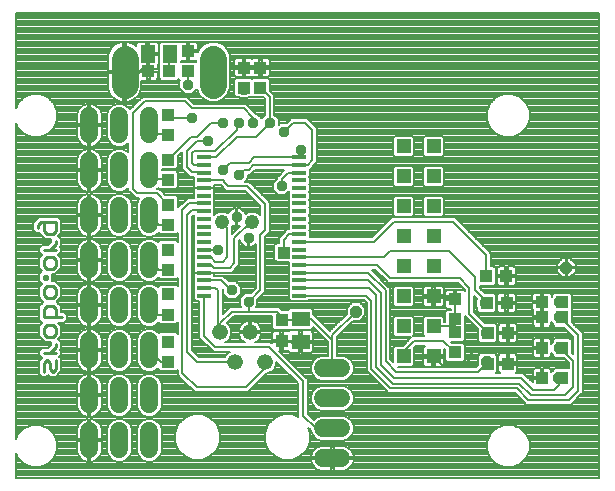
<source format=gbr>
G75*
G70*
%OFA0B0*%
%FSLAX24Y24*%
%IPPOS*%
%LPD*%
%AMOC8*
5,1,8,0,0,1.08239X$1,22.5*
%
%ADD10C,0.0110*%
%ADD11C,0.0525*%
%ADD12C,0.0600*%
%ADD13R,0.0425X0.0413*%
%ADD14R,0.0413X0.0425*%
%ADD15R,0.0433X0.0394*%
%ADD16R,0.0453X0.0118*%
%ADD17C,0.0886*%
%ADD18R,0.0512X0.0591*%
%ADD19R,0.0591X0.0512*%
%ADD20R,0.0480X0.0480*%
%ADD21C,0.0079*%
%ADD22R,0.0394X0.0433*%
%ADD23C,0.0480*%
%ADD24OC8,0.0354*%
%ADD25OC8,0.0394*%
%ADD26C,0.0160*%
%ADD27R,0.0394X0.0394*%
D10*
X001318Y006116D02*
X001318Y006411D01*
X001417Y006509D01*
X001515Y006411D01*
X001515Y006214D01*
X001614Y006116D01*
X001712Y006214D01*
X001712Y006509D01*
X001712Y006760D02*
X001318Y006760D01*
X001515Y006760D02*
X001712Y006957D01*
X001712Y007055D01*
X001614Y007297D02*
X001417Y007297D01*
X001318Y007396D01*
X001318Y007593D01*
X001417Y007691D01*
X001614Y007691D01*
X001712Y007593D01*
X001712Y007396D01*
X001614Y007297D01*
X001712Y007942D02*
X001712Y008237D01*
X001614Y008336D01*
X001417Y008336D01*
X001318Y008237D01*
X001318Y007942D01*
X001909Y007942D01*
X001614Y008586D02*
X001417Y008586D01*
X001318Y008685D01*
X001318Y008882D01*
X001417Y008980D01*
X001614Y008980D01*
X001712Y008882D01*
X001712Y008685D01*
X001614Y008586D01*
X001417Y009231D02*
X001318Y009231D01*
X001318Y009329D01*
X001417Y009329D01*
X001417Y009231D01*
X001417Y009553D02*
X001318Y009652D01*
X001318Y009848D01*
X001417Y009947D01*
X001614Y009947D01*
X001712Y009848D01*
X001712Y009652D01*
X001614Y009553D01*
X001417Y009553D01*
X001515Y010198D02*
X001712Y010394D01*
X001712Y010493D01*
X001712Y010198D02*
X001318Y010198D01*
X001417Y010735D02*
X001318Y010833D01*
X001318Y011128D01*
X001220Y011128D02*
X001712Y011128D01*
X001712Y010833D01*
X001614Y010735D01*
X001417Y010735D01*
X001122Y010932D02*
X001122Y011030D01*
X001220Y011128D01*
D11*
X007183Y007454D03*
X008183Y007454D03*
X007683Y006454D03*
X008683Y006454D03*
D12*
X010628Y006251D02*
X011228Y006251D01*
X011228Y005251D02*
X010628Y005251D01*
X010628Y004251D02*
X011228Y004251D01*
X011228Y003251D02*
X010628Y003251D01*
X004819Y003549D02*
X004819Y004149D01*
X004819Y005049D02*
X004819Y005649D01*
X003819Y005649D02*
X003819Y005049D01*
X003819Y004149D02*
X003819Y003549D01*
X002819Y003549D02*
X002819Y004149D01*
X002819Y005049D02*
X002819Y005649D01*
X002819Y006549D02*
X002819Y007149D01*
X002819Y008049D02*
X002819Y008649D01*
X002819Y009549D02*
X002819Y010149D01*
X002819Y011049D02*
X002819Y011649D01*
X002819Y012549D02*
X002819Y013149D01*
X002820Y014049D02*
X002820Y014649D01*
X003820Y014649D02*
X003820Y014049D01*
X003819Y013149D02*
X003819Y012549D01*
X004819Y012549D02*
X004819Y013149D01*
X004820Y014049D02*
X004820Y014649D01*
X004819Y011649D02*
X004819Y011049D01*
X004819Y010149D02*
X004819Y009549D01*
X003819Y009549D02*
X003819Y010149D01*
X003819Y011049D02*
X003819Y011649D01*
X003819Y008649D02*
X003819Y008049D01*
X003819Y007149D02*
X003819Y006549D01*
X004819Y006549D02*
X004819Y007149D01*
X004819Y008049D02*
X004819Y008649D01*
D13*
X009235Y007851D03*
X009235Y007162D03*
D14*
X005485Y016168D03*
X004796Y016168D03*
D15*
X006124Y016149D03*
X006124Y016818D03*
X007975Y016267D03*
X008526Y016267D03*
X008526Y015597D03*
X007975Y015597D03*
X005455Y014692D03*
X005455Y014023D03*
X005455Y013196D03*
X005455Y012526D03*
X005455Y011700D03*
X005455Y011030D03*
X005455Y010204D03*
X005455Y009534D03*
X005455Y008708D03*
X005455Y008038D03*
X005455Y007133D03*
X005455Y006463D03*
X015022Y006778D03*
X015022Y007448D03*
X015022Y007881D03*
X015022Y008550D03*
X017916Y008452D03*
X018585Y008452D03*
D16*
X009821Y008668D03*
X009821Y008924D03*
X009821Y009180D03*
X009821Y009436D03*
X009821Y009692D03*
X009821Y009948D03*
X009821Y010204D03*
X009821Y010460D03*
X009821Y010715D03*
X009821Y010971D03*
X009821Y011227D03*
X009821Y011483D03*
X009821Y011739D03*
X009821Y011995D03*
X009821Y012251D03*
X009821Y012507D03*
X009821Y012763D03*
X009821Y013019D03*
X009821Y013274D03*
X006652Y013274D03*
X006652Y013019D03*
X006652Y012763D03*
X006652Y012507D03*
X006652Y012251D03*
X006652Y011995D03*
X006652Y011739D03*
X006652Y011483D03*
X006652Y011227D03*
X006652Y010971D03*
X006652Y010715D03*
X006652Y010460D03*
X006652Y010204D03*
X006652Y009948D03*
X006652Y009692D03*
X006652Y009436D03*
X006652Y009180D03*
X006652Y008924D03*
X006652Y008668D03*
D17*
X006955Y015686D02*
X006955Y016572D01*
X004002Y016572D02*
X004002Y015686D01*
D18*
X004766Y016719D03*
X005514Y016719D03*
D19*
X009865Y007881D03*
X009865Y007133D03*
D20*
X013302Y006645D03*
X014302Y006645D03*
X014302Y007645D03*
X013302Y007645D03*
X013302Y008645D03*
X014302Y008645D03*
X014302Y009645D03*
X013302Y009645D03*
X013302Y010645D03*
X014302Y010645D03*
X014302Y011645D03*
X013302Y011645D03*
X013302Y012645D03*
X014302Y012645D03*
X014302Y013645D03*
X013302Y013645D03*
D21*
X000376Y003413D02*
X000376Y002585D01*
X019825Y002585D01*
X019825Y018097D01*
X000376Y018097D01*
X000376Y014908D01*
X000445Y015074D01*
X000644Y015273D01*
X000905Y015381D01*
X001187Y015381D01*
X001447Y015273D01*
X001646Y015074D01*
X001754Y014813D01*
X001754Y014531D01*
X001646Y014271D01*
X001447Y014071D01*
X001187Y013963D01*
X000905Y013963D01*
X000644Y014071D01*
X000445Y014271D01*
X000376Y014436D01*
X000376Y003884D01*
X000445Y004050D01*
X000644Y004249D01*
X000905Y004357D01*
X001187Y004357D01*
X001447Y004249D01*
X001646Y004050D01*
X001754Y003789D01*
X001754Y003508D01*
X001646Y003247D01*
X001447Y003048D01*
X001187Y002940D01*
X000905Y002940D01*
X000644Y003048D01*
X000445Y003247D01*
X000376Y003413D01*
X000376Y003377D02*
X000391Y003377D01*
X000376Y003300D02*
X000423Y003300D01*
X000469Y003223D02*
X000376Y003223D01*
X000376Y003146D02*
X000546Y003146D01*
X000624Y003068D02*
X000376Y003068D01*
X000376Y002991D02*
X000781Y002991D01*
X000376Y002914D02*
X010373Y002914D01*
X010391Y002896D02*
X010544Y002833D01*
X010888Y002833D01*
X010888Y003211D01*
X010967Y003211D01*
X010967Y002833D01*
X011311Y002833D01*
X011464Y002896D01*
X011582Y003014D01*
X011646Y003168D01*
X011646Y003211D01*
X010967Y003211D01*
X010967Y003290D01*
X011646Y003290D01*
X011646Y003334D01*
X011582Y003488D01*
X011464Y003605D01*
X011311Y003669D01*
X010967Y003669D01*
X010967Y003290D01*
X010888Y003290D01*
X010888Y003211D01*
X010209Y003211D01*
X010209Y003168D01*
X010273Y003014D01*
X010391Y002896D01*
X010296Y002991D02*
X001310Y002991D01*
X001468Y003068D02*
X010251Y003068D01*
X010219Y003146D02*
X004937Y003146D01*
X004902Y003131D02*
X005056Y003195D01*
X005174Y003312D01*
X005237Y003466D01*
X005237Y004232D01*
X005174Y004386D01*
X005056Y004504D01*
X004902Y004567D01*
X004736Y004567D01*
X004582Y004504D01*
X004465Y004386D01*
X004401Y004232D01*
X004401Y003466D01*
X004465Y003312D01*
X004582Y003195D01*
X004736Y003131D01*
X004902Y003131D01*
X004701Y003146D02*
X003937Y003146D01*
X003902Y003131D02*
X004056Y003195D01*
X004174Y003312D01*
X004237Y003466D01*
X004237Y004232D01*
X004174Y004386D01*
X004056Y004504D01*
X003902Y004567D01*
X003736Y004567D01*
X003582Y004504D01*
X003465Y004386D01*
X003401Y004232D01*
X003401Y003466D01*
X003465Y003312D01*
X003582Y003195D01*
X003736Y003131D01*
X003902Y003131D01*
X003701Y003146D02*
X002937Y003146D01*
X002902Y003131D02*
X003056Y003195D01*
X003174Y003312D01*
X003237Y003466D01*
X003237Y003810D01*
X002859Y003810D01*
X002859Y003889D01*
X002780Y003889D01*
X002780Y004567D01*
X002736Y004567D01*
X002582Y004504D01*
X002465Y004386D01*
X002401Y004232D01*
X002401Y003889D01*
X002780Y003889D01*
X002780Y003810D01*
X002401Y003810D01*
X002401Y003466D01*
X002465Y003312D01*
X002582Y003195D01*
X002736Y003131D01*
X002780Y003131D01*
X002780Y003810D01*
X002859Y003810D01*
X002859Y003131D01*
X002902Y003131D01*
X002859Y003146D02*
X002780Y003146D01*
X002780Y003223D02*
X002859Y003223D01*
X002859Y003300D02*
X002780Y003300D01*
X002780Y003377D02*
X002859Y003377D01*
X002859Y003455D02*
X002780Y003455D01*
X002780Y003532D02*
X002859Y003532D01*
X002859Y003609D02*
X002780Y003609D01*
X002780Y003687D02*
X002859Y003687D01*
X002859Y003764D02*
X002780Y003764D01*
X002780Y003841D02*
X001733Y003841D01*
X001754Y003764D02*
X002401Y003764D01*
X002401Y003687D02*
X001754Y003687D01*
X001754Y003609D02*
X002401Y003609D01*
X002401Y003532D02*
X001754Y003532D01*
X001732Y003455D02*
X002406Y003455D01*
X002438Y003377D02*
X001700Y003377D01*
X001668Y003300D02*
X002477Y003300D01*
X002554Y003223D02*
X001622Y003223D01*
X001545Y003146D02*
X002701Y003146D01*
X003084Y003223D02*
X003554Y003223D01*
X003477Y003300D02*
X003161Y003300D01*
X003201Y003377D02*
X003438Y003377D01*
X003406Y003455D02*
X003233Y003455D01*
X003237Y003532D02*
X003401Y003532D01*
X003401Y003609D02*
X003237Y003609D01*
X003237Y003687D02*
X003401Y003687D01*
X003401Y003764D02*
X003237Y003764D01*
X003237Y003889D02*
X003237Y004232D01*
X003174Y004386D01*
X003056Y004504D01*
X002902Y004567D01*
X002859Y004567D01*
X002859Y003889D01*
X003237Y003889D01*
X003237Y003918D02*
X003401Y003918D01*
X003401Y003841D02*
X002859Y003841D01*
X002859Y003918D02*
X002780Y003918D01*
X002780Y003996D02*
X002859Y003996D01*
X002859Y004073D02*
X002780Y004073D01*
X002780Y004150D02*
X002859Y004150D01*
X002859Y004228D02*
X002780Y004228D01*
X002780Y004305D02*
X002859Y004305D01*
X002859Y004382D02*
X002780Y004382D01*
X002780Y004459D02*
X002859Y004459D01*
X002859Y004537D02*
X002780Y004537D01*
X002780Y004631D02*
X002780Y005310D01*
X002401Y005310D01*
X002401Y004966D01*
X002465Y004812D01*
X002582Y004695D01*
X002736Y004631D01*
X002780Y004631D01*
X002780Y004691D02*
X002859Y004691D01*
X002859Y004631D02*
X002902Y004631D01*
X003056Y004695D01*
X003174Y004812D01*
X003237Y004966D01*
X003237Y005310D01*
X002859Y005310D01*
X002859Y005389D01*
X002780Y005389D01*
X002780Y006067D01*
X002736Y006067D01*
X002582Y006004D01*
X002465Y005886D01*
X002401Y005732D01*
X002401Y005389D01*
X002780Y005389D01*
X002780Y005310D01*
X002859Y005310D01*
X002859Y004631D01*
X002859Y004769D02*
X002780Y004769D01*
X002780Y004846D02*
X002859Y004846D01*
X002859Y004923D02*
X002780Y004923D01*
X002780Y005000D02*
X002859Y005000D01*
X002859Y005078D02*
X002780Y005078D01*
X002780Y005155D02*
X002859Y005155D01*
X002859Y005232D02*
X002780Y005232D01*
X002780Y005309D02*
X002859Y005309D01*
X002859Y005387D02*
X003401Y005387D01*
X003401Y005464D02*
X003237Y005464D01*
X003237Y005389D02*
X003237Y005732D01*
X003174Y005886D01*
X003056Y006004D01*
X002902Y006067D01*
X002859Y006067D01*
X002859Y005389D01*
X003237Y005389D01*
X003237Y005309D02*
X003401Y005309D01*
X003401Y005232D02*
X003237Y005232D01*
X003237Y005155D02*
X003401Y005155D01*
X003401Y005078D02*
X003237Y005078D01*
X003237Y005000D02*
X003401Y005000D01*
X003401Y004966D02*
X003465Y004812D01*
X003582Y004695D01*
X003736Y004631D01*
X003902Y004631D01*
X004056Y004695D01*
X004174Y004812D01*
X004237Y004966D01*
X004237Y005732D01*
X004174Y005886D01*
X004056Y006004D01*
X003902Y006067D01*
X003736Y006067D01*
X003582Y006004D01*
X003465Y005886D01*
X003401Y005732D01*
X003401Y004966D01*
X003419Y004923D02*
X003220Y004923D01*
X003187Y004846D02*
X003451Y004846D01*
X003509Y004769D02*
X003130Y004769D01*
X003047Y004691D02*
X003591Y004691D01*
X003662Y004537D02*
X002977Y004537D01*
X003100Y004459D02*
X003538Y004459D01*
X003463Y004382D02*
X003175Y004382D01*
X003207Y004305D02*
X003431Y004305D01*
X003401Y004228D02*
X003237Y004228D01*
X003237Y004150D02*
X003401Y004150D01*
X003401Y004073D02*
X003237Y004073D01*
X003237Y003996D02*
X003401Y003996D01*
X003977Y004537D02*
X004662Y004537D01*
X004736Y004631D02*
X004582Y004695D01*
X004465Y004812D01*
X004401Y004966D01*
X004401Y005732D01*
X004465Y005886D01*
X004582Y006004D01*
X004736Y006067D01*
X004902Y006067D01*
X005056Y006004D01*
X005174Y005886D01*
X005237Y005732D01*
X005237Y004966D01*
X005174Y004812D01*
X005056Y004695D01*
X004902Y004631D01*
X004736Y004631D01*
X004591Y004691D02*
X004047Y004691D01*
X004130Y004769D02*
X004509Y004769D01*
X004451Y004846D02*
X004187Y004846D01*
X004220Y004923D02*
X004419Y004923D01*
X004401Y005000D02*
X004237Y005000D01*
X004237Y005078D02*
X004401Y005078D01*
X004401Y005155D02*
X004237Y005155D01*
X004237Y005232D02*
X004401Y005232D01*
X004401Y005309D02*
X004237Y005309D01*
X004237Y005387D02*
X004401Y005387D01*
X004401Y005464D02*
X004237Y005464D01*
X004237Y005541D02*
X004401Y005541D01*
X004401Y005619D02*
X004237Y005619D01*
X004237Y005696D02*
X004401Y005696D01*
X004418Y005773D02*
X004221Y005773D01*
X004188Y005850D02*
X004450Y005850D01*
X004506Y005928D02*
X004132Y005928D01*
X004053Y006005D02*
X004586Y006005D01*
X004667Y006160D02*
X003971Y006160D01*
X003902Y006131D02*
X004056Y006195D01*
X004174Y006312D01*
X004237Y006466D01*
X004237Y007232D01*
X004174Y007386D01*
X004056Y007504D01*
X003902Y007567D01*
X003736Y007567D01*
X003582Y007504D01*
X003465Y007386D01*
X003401Y007232D01*
X003401Y006466D01*
X003465Y006312D01*
X003582Y006195D01*
X003736Y006131D01*
X003902Y006131D01*
X004098Y006237D02*
X004540Y006237D01*
X004582Y006195D02*
X004736Y006131D01*
X004902Y006131D01*
X005056Y006195D01*
X005120Y006259D01*
X005120Y006218D01*
X005190Y006149D01*
X005721Y006149D01*
X005770Y006198D01*
X005770Y006024D01*
X005862Y005932D01*
X006335Y005460D01*
X006465Y005460D01*
X008119Y005460D01*
X008211Y005552D01*
X008732Y006073D01*
X008759Y006073D01*
X008899Y006131D01*
X009006Y006238D01*
X009064Y006378D01*
X009064Y006470D01*
X009786Y005749D01*
X009786Y004737D01*
X009786Y004628D01*
X009584Y004712D01*
X009283Y004712D01*
X009004Y004596D01*
X008791Y004383D01*
X008675Y004104D01*
X008675Y003803D01*
X008791Y003524D01*
X009004Y003311D01*
X009283Y003196D01*
X009584Y003196D01*
X009863Y003311D01*
X010076Y003524D01*
X010192Y003803D01*
X010192Y004104D01*
X010123Y004270D01*
X010209Y004183D01*
X010209Y004168D01*
X010273Y004014D01*
X010391Y003896D01*
X010544Y003833D01*
X011311Y003833D01*
X011464Y003896D01*
X011582Y004014D01*
X011646Y004168D01*
X011646Y004334D01*
X011582Y004488D01*
X011464Y004605D01*
X011311Y004669D01*
X010544Y004669D01*
X010391Y004605D01*
X010312Y004526D01*
X010101Y004737D01*
X010101Y005879D01*
X010009Y005971D01*
X009142Y006837D01*
X009195Y006837D01*
X009195Y007123D01*
X008904Y007123D01*
X008904Y007076D01*
X008867Y007113D01*
X008736Y007113D01*
X008356Y007113D01*
X008399Y007131D01*
X008506Y007238D01*
X008564Y007378D01*
X008564Y007414D01*
X008223Y007414D01*
X008223Y007493D01*
X008564Y007493D01*
X008564Y007529D01*
X008506Y007669D01*
X008399Y007776D01*
X008259Y007834D01*
X008223Y007834D01*
X008223Y007493D01*
X008144Y007493D01*
X008144Y007414D01*
X007803Y007414D01*
X007803Y007378D01*
X007861Y007238D01*
X007968Y007131D01*
X008011Y007113D01*
X007356Y007113D01*
X007399Y007131D01*
X007506Y007238D01*
X007564Y007378D01*
X007564Y007529D01*
X007506Y007669D01*
X007421Y007754D01*
X007646Y007979D01*
X008067Y007979D01*
X008904Y007979D01*
X008904Y007596D01*
X008973Y007526D01*
X009496Y007526D01*
X009498Y007529D01*
X009520Y007507D01*
X010209Y007507D01*
X010278Y007576D01*
X010278Y007619D01*
X010770Y007127D01*
X010770Y007087D01*
X010278Y007087D01*
X010278Y007093D02*
X009904Y007093D01*
X009904Y006759D01*
X010209Y006759D01*
X010278Y006828D01*
X010278Y007093D01*
X010278Y007172D02*
X010278Y007438D01*
X010209Y007507D01*
X009904Y007507D01*
X009904Y007172D01*
X010278Y007172D01*
X010278Y007242D02*
X010655Y007242D01*
X010578Y007319D02*
X010278Y007319D01*
X010278Y007396D02*
X010501Y007396D01*
X010423Y007473D02*
X010242Y007473D01*
X010253Y007551D02*
X010346Y007551D01*
X010559Y007783D02*
X011138Y007783D01*
X011215Y007860D02*
X010482Y007860D01*
X010405Y007937D02*
X011293Y007937D01*
X011370Y008014D02*
X010328Y008014D01*
X010284Y008058D02*
X010376Y007966D01*
X010849Y007493D01*
X010862Y007507D01*
X011400Y008044D01*
X011400Y008267D01*
X011584Y008452D01*
X011845Y008452D01*
X012030Y008267D01*
X012030Y008006D01*
X011845Y007822D01*
X011623Y007822D01*
X011085Y007284D01*
X011085Y007087D01*
X012069Y007087D01*
X012069Y007164D02*
X011085Y007164D01*
X011085Y007087D02*
X011085Y006669D01*
X011311Y006669D01*
X011464Y006605D01*
X011582Y006488D01*
X011646Y006334D01*
X011646Y006168D01*
X011582Y006014D01*
X011464Y005896D01*
X011311Y005833D01*
X010544Y005833D01*
X010391Y005896D01*
X010273Y006014D01*
X010209Y006168D01*
X010209Y006334D01*
X010273Y006488D01*
X010391Y006605D01*
X010544Y006669D01*
X010770Y006669D01*
X010770Y007087D01*
X010770Y007010D02*
X010278Y007010D01*
X010278Y006932D02*
X010770Y006932D01*
X010770Y006855D02*
X010278Y006855D01*
X010228Y006778D02*
X010770Y006778D01*
X010770Y006701D02*
X009279Y006701D01*
X009202Y006778D02*
X009501Y006778D01*
X009520Y006759D02*
X009825Y006759D01*
X009825Y007093D01*
X009904Y007093D01*
X009904Y007172D01*
X009825Y007172D01*
X009825Y007093D01*
X009565Y007093D01*
X009565Y007123D01*
X009274Y007123D01*
X009274Y007202D01*
X009195Y007202D01*
X009195Y007487D01*
X008973Y007487D01*
X008904Y007418D01*
X008904Y007202D01*
X009195Y007202D01*
X009195Y007123D01*
X009274Y007123D01*
X009274Y006837D01*
X009451Y006837D01*
X009451Y006828D01*
X009520Y006759D01*
X009356Y006623D02*
X010434Y006623D01*
X010331Y006546D02*
X009434Y006546D01*
X009511Y006469D02*
X010265Y006469D01*
X010233Y006391D02*
X009588Y006391D01*
X009666Y006314D02*
X010209Y006314D01*
X010209Y006237D02*
X009743Y006237D01*
X009820Y006160D02*
X010213Y006160D01*
X010245Y006082D02*
X009897Y006082D01*
X009975Y006005D02*
X010282Y006005D01*
X010359Y005928D02*
X010052Y005928D01*
X010101Y005850D02*
X010502Y005850D01*
X010544Y005669D02*
X010391Y005605D01*
X010273Y005488D01*
X010209Y005334D01*
X010209Y005168D01*
X010273Y005014D01*
X010391Y004896D01*
X010544Y004833D01*
X011311Y004833D01*
X011464Y004896D01*
X011582Y005014D01*
X011646Y005168D01*
X011646Y005334D01*
X011582Y005488D01*
X011464Y005605D01*
X011311Y005669D01*
X010544Y005669D01*
X010423Y005619D02*
X010101Y005619D01*
X010101Y005696D02*
X012516Y005696D01*
X012593Y005619D02*
X011432Y005619D01*
X011528Y005541D02*
X012670Y005541D01*
X012699Y005512D02*
X012791Y005420D01*
X017004Y005420D01*
X017306Y005119D01*
X017398Y005026D01*
X018736Y005026D01*
X018867Y005026D01*
X019182Y005341D01*
X019274Y005434D01*
X019274Y007284D01*
X019274Y007414D01*
X018900Y007789D01*
X018900Y008186D01*
X018920Y008206D01*
X018920Y008697D01*
X018850Y008767D01*
X018320Y008767D01*
X018250Y008697D01*
X018181Y008767D01*
X017955Y008767D01*
X017955Y008491D01*
X017876Y008491D01*
X017876Y008412D01*
X017581Y008412D01*
X017581Y008206D01*
X017601Y008186D01*
X017601Y007979D01*
X017876Y007979D01*
X017876Y007901D01*
X017601Y007901D01*
X017601Y007674D01*
X017670Y007605D01*
X017876Y007605D01*
X017876Y007900D01*
X017955Y007900D01*
X017955Y007605D01*
X018161Y007605D01*
X018231Y007674D01*
X018231Y007790D01*
X018270Y007750D01*
X018270Y007674D01*
X018339Y007605D01*
X018638Y007605D01*
X018959Y007284D01*
X018959Y006706D01*
X018900Y006765D01*
X018900Y007182D01*
X018831Y007251D01*
X018339Y007251D01*
X018270Y007182D01*
X018270Y007106D01*
X018231Y007066D01*
X018231Y007182D01*
X018161Y007251D01*
X017955Y007251D01*
X017955Y006956D01*
X017876Y006956D01*
X017876Y007251D01*
X017670Y007251D01*
X017601Y007182D01*
X017601Y006955D01*
X017876Y006955D01*
X017876Y006877D01*
X017601Y006877D01*
X017601Y006651D01*
X017670Y006582D01*
X017876Y006582D01*
X017876Y006877D01*
X017955Y006877D01*
X017955Y006582D01*
X018161Y006582D01*
X018231Y006651D01*
X018231Y006766D01*
X018270Y006727D01*
X018270Y006651D01*
X018339Y006582D01*
X018638Y006582D01*
X018802Y006418D01*
X018802Y006267D01*
X018339Y006267D01*
X018270Y006197D01*
X018270Y006161D01*
X018231Y006121D01*
X018231Y006197D01*
X018161Y006267D01*
X017955Y006267D01*
X017955Y005971D01*
X017876Y005971D01*
X017876Y005893D01*
X017601Y005893D01*
X017601Y005781D01*
X017292Y006089D01*
X017162Y006089D01*
X017039Y006089D01*
X017089Y006139D01*
X017089Y006365D01*
X016814Y006365D01*
X016814Y006444D01*
X017089Y006444D01*
X017089Y006670D01*
X017020Y006739D01*
X016813Y006739D01*
X016813Y006444D01*
X016735Y006444D01*
X016735Y006739D01*
X016528Y006739D01*
X016459Y006670D01*
X016459Y006444D01*
X016734Y006444D01*
X016734Y006365D01*
X016459Y006365D01*
X016459Y006139D01*
X016509Y006089D01*
X016370Y006089D01*
X016420Y006139D01*
X016420Y006670D01*
X016350Y006739D01*
X016235Y006739D01*
X016215Y006759D01*
X015955Y006759D01*
X015935Y006739D01*
X015859Y006739D01*
X015790Y006670D01*
X015790Y006594D01*
X015770Y006574D01*
X015770Y006351D01*
X015705Y006286D01*
X013119Y006286D01*
X013119Y006286D01*
X013590Y006286D01*
X013660Y006356D01*
X013660Y006933D01*
X013654Y006939D01*
X013709Y006995D01*
X014005Y006995D01*
X013943Y006933D01*
X013943Y006684D01*
X014262Y006684D01*
X014262Y006605D01*
X014341Y006605D01*
X014341Y006286D01*
X014590Y006286D01*
X014660Y006356D01*
X014660Y006605D01*
X014341Y006605D01*
X014341Y006684D01*
X014660Y006684D01*
X014660Y006898D01*
X014687Y006871D01*
X014687Y006533D01*
X014757Y006463D01*
X015287Y006463D01*
X015357Y006533D01*
X015357Y007024D01*
X015287Y007093D01*
X014910Y007093D01*
X014871Y007133D01*
X015287Y007133D01*
X015357Y007202D01*
X015357Y007693D01*
X015357Y007973D01*
X015771Y007559D01*
X015770Y007558D01*
X015770Y007298D01*
X015790Y007278D01*
X015790Y007163D01*
X015859Y007093D01*
X016350Y007093D01*
X016420Y007163D01*
X016420Y007693D01*
X016350Y007763D01*
X016012Y007763D01*
X015652Y008123D01*
X015652Y008662D01*
X015750Y008564D01*
X015750Y008562D01*
X015731Y008543D01*
X015731Y008282D01*
X015750Y008262D01*
X015750Y008147D01*
X015820Y008078D01*
X016311Y008078D01*
X016380Y008147D01*
X016380Y008678D01*
X016311Y008747D01*
X016012Y008747D01*
X015849Y008911D01*
X015849Y008979D01*
X016307Y008979D01*
X016376Y009048D01*
X016376Y009579D01*
X016307Y009648D01*
X016203Y009648D01*
X016203Y010092D01*
X016111Y010184D01*
X015009Y011286D01*
X014878Y011286D01*
X012910Y011286D01*
X012817Y011194D01*
X012240Y010617D01*
X010166Y010617D01*
X010166Y010823D01*
X010146Y010843D01*
X010166Y010863D01*
X010166Y011079D01*
X010146Y011099D01*
X010166Y011119D01*
X010166Y011335D01*
X010146Y011355D01*
X010166Y011375D01*
X010166Y011591D01*
X010146Y011611D01*
X010166Y011631D01*
X010166Y011847D01*
X010146Y011867D01*
X010166Y011887D01*
X010166Y012103D01*
X010146Y012123D01*
X010166Y012143D01*
X010166Y012359D01*
X010146Y012379D01*
X010166Y012399D01*
X010166Y012615D01*
X010146Y012635D01*
X010166Y012655D01*
X010166Y012861D01*
X010323Y013019D01*
X010416Y013111D01*
X010416Y014134D01*
X010416Y014265D01*
X010087Y014593D01*
X009957Y014593D01*
X009563Y014593D01*
X009471Y014501D01*
X009386Y014416D01*
X009191Y014416D01*
X009136Y014361D01*
X009136Y014558D01*
X008998Y014696D01*
X008998Y015237D01*
X008998Y015367D01*
X008861Y015505D01*
X008861Y015843D01*
X008791Y015912D01*
X008261Y015912D01*
X008250Y015902D01*
X008240Y015912D01*
X007709Y015912D01*
X007640Y015843D01*
X007640Y015352D01*
X007709Y015282D01*
X007752Y015282D01*
X007813Y015282D01*
X007852Y015243D01*
X008097Y015243D01*
X008136Y015282D01*
X008240Y015282D01*
X008250Y015293D01*
X008261Y015282D01*
X008638Y015282D01*
X008683Y015237D01*
X008683Y014696D01*
X008565Y014578D01*
X008412Y014731D01*
X008375Y014731D01*
X008355Y014751D01*
X008040Y015066D01*
X007910Y015066D01*
X006308Y015066D01*
X006071Y015302D01*
X005941Y015302D01*
X004602Y015302D01*
X004510Y015210D01*
X004178Y014878D01*
X004175Y014886D01*
X004057Y015004D01*
X003904Y015067D01*
X003737Y015067D01*
X003584Y015004D01*
X003466Y014886D01*
X003402Y014732D01*
X003402Y013966D01*
X003466Y013812D01*
X003584Y013695D01*
X003737Y013631D01*
X003904Y013631D01*
X004057Y013695D01*
X004117Y013754D01*
X004117Y013443D01*
X004056Y013504D01*
X003902Y013567D01*
X003736Y013567D01*
X003582Y013504D01*
X003465Y013386D01*
X003401Y013232D01*
X003401Y012466D01*
X003465Y012312D01*
X003582Y012195D01*
X003736Y012131D01*
X003902Y012131D01*
X004056Y012195D01*
X004117Y012255D01*
X004117Y012166D01*
X004209Y012074D01*
X004366Y011916D01*
X004495Y011916D01*
X004465Y011886D01*
X004401Y011732D01*
X004401Y010966D01*
X004465Y010812D01*
X004582Y010695D01*
X004736Y010631D01*
X004902Y010631D01*
X005056Y010695D01*
X005133Y010772D01*
X005190Y010715D01*
X005721Y010715D01*
X005770Y010765D01*
X005770Y010469D01*
X005721Y010519D01*
X005190Y010519D01*
X005120Y010449D01*
X005120Y010439D01*
X005056Y010504D01*
X004902Y010567D01*
X004736Y010567D01*
X004582Y010504D01*
X004465Y010386D01*
X004401Y010232D01*
X004401Y009466D01*
X004465Y009312D01*
X004582Y009195D01*
X004736Y009131D01*
X004902Y009131D01*
X005056Y009195D01*
X005135Y009274D01*
X005190Y009219D01*
X005721Y009219D01*
X005770Y009269D01*
X005770Y008973D01*
X005721Y009022D01*
X005190Y009022D01*
X005120Y008953D01*
X005120Y008939D01*
X005056Y009004D01*
X004902Y009067D01*
X004736Y009067D01*
X004582Y009004D01*
X004465Y008886D01*
X004401Y008732D01*
X004401Y007966D01*
X004465Y007812D01*
X004582Y007695D01*
X004736Y007631D01*
X004902Y007631D01*
X005056Y007695D01*
X005137Y007776D01*
X005190Y007723D01*
X005721Y007723D01*
X005770Y007773D01*
X005770Y007398D01*
X005721Y007448D01*
X005190Y007448D01*
X005151Y007409D01*
X005056Y007504D01*
X004902Y007567D01*
X004736Y007567D01*
X004582Y007504D01*
X004465Y007386D01*
X004401Y007232D01*
X004401Y006466D01*
X004465Y006312D01*
X004582Y006195D01*
X004464Y006314D02*
X004174Y006314D01*
X004206Y006391D02*
X004432Y006391D01*
X004401Y006469D02*
X004237Y006469D01*
X004237Y006546D02*
X004401Y006546D01*
X004401Y006623D02*
X004237Y006623D01*
X004237Y006701D02*
X004401Y006701D01*
X004401Y006778D02*
X004237Y006778D01*
X004237Y006855D02*
X004401Y006855D01*
X004401Y006932D02*
X004237Y006932D01*
X004237Y007010D02*
X004401Y007010D01*
X004401Y007087D02*
X004237Y007087D01*
X004237Y007164D02*
X004401Y007164D01*
X004405Y007242D02*
X004234Y007242D01*
X004202Y007319D02*
X004437Y007319D01*
X004475Y007396D02*
X004164Y007396D01*
X004086Y007473D02*
X004552Y007473D01*
X004696Y007551D02*
X003943Y007551D01*
X003902Y007631D02*
X004056Y007695D01*
X004174Y007812D01*
X004237Y007966D01*
X004237Y008732D01*
X004174Y008886D01*
X004056Y009004D01*
X003902Y009067D01*
X003736Y009067D01*
X003582Y009004D01*
X003465Y008886D01*
X003401Y008732D01*
X003401Y007966D01*
X003465Y007812D01*
X003582Y007695D01*
X003736Y007631D01*
X003902Y007631D01*
X004067Y007705D02*
X004572Y007705D01*
X004495Y007783D02*
X004144Y007783D01*
X004193Y007860D02*
X004445Y007860D01*
X004413Y007937D02*
X004225Y007937D01*
X004237Y008014D02*
X004401Y008014D01*
X004401Y008092D02*
X004237Y008092D01*
X004237Y008169D02*
X004401Y008169D01*
X004401Y008246D02*
X004237Y008246D01*
X004237Y008324D02*
X004401Y008324D01*
X004401Y008401D02*
X004237Y008401D01*
X004237Y008478D02*
X004401Y008478D01*
X004401Y008555D02*
X004237Y008555D01*
X004237Y008633D02*
X004401Y008633D01*
X004401Y008710D02*
X004237Y008710D01*
X004215Y008787D02*
X004424Y008787D01*
X004456Y008865D02*
X004183Y008865D01*
X004118Y008942D02*
X004521Y008942D01*
X004620Y009019D02*
X004019Y009019D01*
X004005Y009174D02*
X004634Y009174D01*
X004526Y009251D02*
X004112Y009251D01*
X004056Y009195D02*
X004174Y009312D01*
X004237Y009466D01*
X004237Y010232D01*
X004174Y010386D01*
X004056Y010504D01*
X003902Y010567D01*
X003736Y010567D01*
X003582Y010504D01*
X003465Y010386D01*
X003401Y010232D01*
X003401Y009466D01*
X003465Y009312D01*
X003582Y009195D01*
X003736Y009131D01*
X003902Y009131D01*
X004056Y009195D01*
X004180Y009328D02*
X004458Y009328D01*
X004426Y009406D02*
X004212Y009406D01*
X004237Y009483D02*
X004401Y009483D01*
X004401Y009560D02*
X004237Y009560D01*
X004237Y009637D02*
X004401Y009637D01*
X004401Y009715D02*
X004237Y009715D01*
X004237Y009792D02*
X004401Y009792D01*
X004401Y009869D02*
X004237Y009869D01*
X004237Y009946D02*
X004401Y009946D01*
X004401Y010024D02*
X004237Y010024D01*
X004237Y010101D02*
X004401Y010101D01*
X004401Y010178D02*
X004237Y010178D01*
X004228Y010256D02*
X004411Y010256D01*
X004443Y010333D02*
X004196Y010333D01*
X004150Y010410D02*
X004489Y010410D01*
X004566Y010487D02*
X004072Y010487D01*
X003909Y010565D02*
X004730Y010565D01*
X004710Y010642D02*
X003929Y010642D01*
X003902Y010631D02*
X004056Y010695D01*
X004174Y010812D01*
X004237Y010966D01*
X004237Y011732D01*
X004174Y011886D01*
X004056Y012004D01*
X003902Y012067D01*
X003736Y012067D01*
X003582Y012004D01*
X003465Y011886D01*
X003401Y011732D01*
X003401Y010966D01*
X003465Y010812D01*
X003582Y010695D01*
X003736Y010631D01*
X003902Y010631D01*
X003730Y010565D02*
X002909Y010565D01*
X002902Y010567D02*
X002859Y010567D01*
X002859Y009889D01*
X002780Y009889D01*
X002780Y010567D01*
X002736Y010567D01*
X002582Y010504D01*
X002465Y010386D01*
X002401Y010232D01*
X002401Y009889D01*
X002780Y009889D01*
X002780Y009810D01*
X002401Y009810D01*
X002401Y009466D01*
X002465Y009312D01*
X002582Y009195D01*
X002736Y009131D01*
X002780Y009131D01*
X002780Y009810D01*
X002859Y009810D01*
X002859Y009889D01*
X003237Y009889D01*
X003237Y010232D01*
X003174Y010386D01*
X003056Y010504D01*
X002902Y010567D01*
X002859Y010565D02*
X002780Y010565D01*
X002730Y010565D02*
X001885Y010565D01*
X001787Y010663D01*
X001818Y010694D01*
X001885Y010761D01*
X001885Y010905D01*
X001885Y011200D01*
X001784Y011301D01*
X001640Y011301D01*
X001390Y011301D01*
X001247Y011301D01*
X001148Y011301D01*
X001047Y011200D01*
X000948Y011102D01*
X000948Y010958D01*
X000948Y010860D01*
X001050Y010758D01*
X001148Y010758D01*
X001247Y010660D01*
X001345Y010562D01*
X001488Y010562D01*
X001539Y010562D01*
X001539Y010466D01*
X001444Y010371D01*
X001247Y010371D01*
X001145Y010269D01*
X001145Y010126D01*
X001247Y010025D01*
X001250Y010025D01*
X001244Y010019D01*
X001244Y010018D01*
X001211Y009986D01*
X001145Y009920D01*
X001145Y009777D01*
X001145Y009723D01*
X001145Y009580D01*
X001235Y009490D01*
X001145Y009401D01*
X001145Y009303D01*
X001145Y009159D01*
X001247Y009058D01*
X001250Y009058D01*
X001244Y009052D01*
X001244Y009052D01*
X001211Y009019D01*
X000376Y009019D01*
X000376Y008942D02*
X001145Y008942D01*
X001145Y008953D02*
X001145Y008810D01*
X001145Y008756D01*
X001145Y008613D01*
X001297Y008461D01*
X001279Y008443D01*
X001244Y008407D01*
X001211Y008374D01*
X001145Y008309D01*
X001145Y008165D01*
X001145Y007870D01*
X001247Y007769D01*
X001250Y007769D01*
X001244Y007763D01*
X001211Y007730D01*
X001145Y007664D01*
X001145Y007521D01*
X001145Y007467D01*
X001145Y007324D01*
X001345Y007124D01*
X001488Y007124D01*
X001539Y007124D01*
X001539Y007029D01*
X001444Y006933D01*
X001247Y006933D01*
X001145Y006832D01*
X001145Y006689D01*
X001247Y006587D01*
X001250Y006587D01*
X001244Y006581D01*
X001211Y006548D01*
X001145Y006483D01*
X001145Y006483D01*
X001145Y006339D01*
X001145Y006044D01*
X001247Y005943D01*
X001390Y005943D01*
X001466Y006019D01*
X001484Y006001D01*
X001542Y005943D01*
X001685Y005943D01*
X001685Y005943D01*
X001742Y006000D01*
X001784Y006041D01*
X001819Y006077D01*
X001885Y006142D01*
X001885Y006142D01*
X001885Y006581D01*
X001831Y006635D01*
X001885Y006689D01*
X001885Y006832D01*
X001858Y006859D01*
X001885Y006885D01*
X001885Y007127D01*
X001787Y007226D01*
X001818Y007256D01*
X001885Y007324D01*
X001885Y007467D01*
X001885Y007664D01*
X001784Y007766D01*
X001781Y007769D01*
X001784Y007769D01*
X001981Y007769D01*
X002082Y007870D01*
X002082Y008014D01*
X001981Y008115D01*
X001885Y008115D01*
X001885Y008309D01*
X001784Y008410D01*
X001733Y008461D01*
X001753Y008481D01*
X001784Y008512D01*
X001818Y008545D01*
X001885Y008613D01*
X001885Y008756D01*
X001885Y008953D01*
X001784Y009055D01*
X001685Y009153D01*
X001584Y009153D01*
X001590Y009159D01*
X001590Y009303D01*
X001590Y009380D01*
X001685Y009380D01*
X001753Y009448D01*
X001784Y009478D01*
X001818Y009512D01*
X001885Y009580D01*
X001885Y009723D01*
X001885Y009920D01*
X001784Y010021D01*
X001781Y010025D01*
X001784Y010025D01*
X001885Y010126D01*
X001885Y010269D01*
X001858Y010296D01*
X001885Y010323D01*
X001885Y010565D01*
X001885Y010487D02*
X002566Y010487D01*
X002489Y010410D02*
X001885Y010410D01*
X001885Y010333D02*
X002443Y010333D01*
X002411Y010256D02*
X001885Y010256D01*
X001885Y010178D02*
X002401Y010178D01*
X002401Y010101D02*
X001860Y010101D01*
X001781Y010024D02*
X002401Y010024D01*
X002401Y009946D02*
X001859Y009946D01*
X001885Y009869D02*
X002780Y009869D01*
X002780Y009792D02*
X002859Y009792D01*
X002859Y009810D02*
X002859Y009131D01*
X002902Y009131D01*
X003056Y009195D01*
X003174Y009312D01*
X003237Y009466D01*
X003237Y009810D01*
X002859Y009810D01*
X002859Y009869D02*
X003401Y009869D01*
X003401Y009792D02*
X003237Y009792D01*
X003237Y009715D02*
X003401Y009715D01*
X003401Y009637D02*
X003237Y009637D01*
X003237Y009560D02*
X003401Y009560D01*
X003401Y009483D02*
X003237Y009483D01*
X003212Y009406D02*
X003426Y009406D01*
X003458Y009328D02*
X003180Y009328D01*
X003112Y009251D02*
X003526Y009251D01*
X003634Y009174D02*
X003005Y009174D01*
X002859Y009174D02*
X002780Y009174D01*
X002780Y009251D02*
X002859Y009251D01*
X002859Y009328D02*
X002780Y009328D01*
X002780Y009406D02*
X002859Y009406D01*
X002859Y009483D02*
X002780Y009483D01*
X002780Y009560D02*
X002859Y009560D01*
X002859Y009637D02*
X002780Y009637D01*
X002780Y009715D02*
X002859Y009715D01*
X002859Y009946D02*
X002780Y009946D01*
X002780Y010024D02*
X002859Y010024D01*
X002859Y010101D02*
X002780Y010101D01*
X002780Y010178D02*
X002859Y010178D01*
X002859Y010256D02*
X002780Y010256D01*
X002780Y010333D02*
X002859Y010333D01*
X002859Y010410D02*
X002780Y010410D01*
X002780Y010487D02*
X002859Y010487D01*
X002859Y010631D02*
X002902Y010631D01*
X003056Y010695D01*
X003174Y010812D01*
X003237Y010966D01*
X003237Y011310D01*
X002859Y011310D01*
X002859Y011389D01*
X002780Y011389D01*
X002780Y012067D01*
X002736Y012067D01*
X002582Y012004D01*
X002465Y011886D01*
X002401Y011732D01*
X002401Y011389D01*
X002780Y011389D01*
X002780Y011310D01*
X002401Y011310D01*
X002401Y010966D01*
X002465Y010812D01*
X002582Y010695D01*
X002736Y010631D01*
X002780Y010631D01*
X002780Y011310D01*
X002859Y011310D01*
X002859Y010631D01*
X002859Y010642D02*
X002780Y010642D01*
X002710Y010642D02*
X001808Y010642D01*
X001843Y010719D02*
X002558Y010719D01*
X002481Y010797D02*
X001885Y010797D01*
X001885Y010874D02*
X002439Y010874D01*
X002407Y010951D02*
X001885Y010951D01*
X001885Y011028D02*
X002401Y011028D01*
X002401Y011106D02*
X001885Y011106D01*
X001885Y011183D02*
X002401Y011183D01*
X002401Y011260D02*
X001825Y011260D01*
X002401Y011415D02*
X000376Y011415D01*
X000376Y011492D02*
X002401Y011492D01*
X002401Y011569D02*
X000376Y011569D01*
X000376Y011647D02*
X002401Y011647D01*
X002401Y011724D02*
X000376Y011724D01*
X000376Y011801D02*
X002430Y011801D01*
X002462Y011879D02*
X000376Y011879D01*
X000376Y011956D02*
X002535Y011956D01*
X002654Y012033D02*
X000376Y012033D01*
X000376Y012110D02*
X004172Y012110D01*
X004117Y012188D02*
X004039Y012188D01*
X003985Y012033D02*
X004249Y012033D01*
X004327Y011956D02*
X004104Y011956D01*
X004177Y011879D02*
X004462Y011879D01*
X004430Y011801D02*
X004209Y011801D01*
X004237Y011724D02*
X004401Y011724D01*
X004401Y011647D02*
X004237Y011647D01*
X004237Y011569D02*
X004401Y011569D01*
X004401Y011492D02*
X004237Y011492D01*
X004237Y011415D02*
X004401Y011415D01*
X004401Y011338D02*
X004237Y011338D01*
X004237Y011260D02*
X004401Y011260D01*
X004401Y011183D02*
X004237Y011183D01*
X004237Y011106D02*
X004401Y011106D01*
X004401Y011028D02*
X004237Y011028D01*
X004231Y010951D02*
X004407Y010951D01*
X004439Y010874D02*
X004199Y010874D01*
X004158Y010797D02*
X004481Y010797D01*
X004558Y010719D02*
X004081Y010719D01*
X003710Y010642D02*
X002929Y010642D01*
X002859Y010719D02*
X002780Y010719D01*
X002780Y010797D02*
X002859Y010797D01*
X002859Y010874D02*
X002780Y010874D01*
X002780Y010951D02*
X002859Y010951D01*
X002859Y011028D02*
X002780Y011028D01*
X002780Y011106D02*
X002859Y011106D01*
X002859Y011183D02*
X002780Y011183D01*
X002780Y011260D02*
X002859Y011260D01*
X002859Y011338D02*
X003401Y011338D01*
X003401Y011415D02*
X003237Y011415D01*
X003237Y011389D02*
X003237Y011732D01*
X003174Y011886D01*
X003056Y012004D01*
X002902Y012067D01*
X002859Y012067D01*
X002859Y011389D01*
X003237Y011389D01*
X003237Y011492D02*
X003401Y011492D01*
X003401Y011569D02*
X003237Y011569D01*
X003237Y011647D02*
X003401Y011647D01*
X003401Y011724D02*
X003237Y011724D01*
X003209Y011801D02*
X003430Y011801D01*
X003462Y011879D02*
X003177Y011879D01*
X003104Y011956D02*
X003535Y011956D01*
X003654Y012033D02*
X002985Y012033D01*
X002859Y012033D02*
X002780Y012033D01*
X002780Y011956D02*
X002859Y011956D01*
X002859Y011879D02*
X002780Y011879D01*
X002780Y011801D02*
X002859Y011801D01*
X002859Y011724D02*
X002780Y011724D01*
X002780Y011647D02*
X002859Y011647D01*
X002859Y011569D02*
X002780Y011569D01*
X002780Y011492D02*
X002859Y011492D01*
X002859Y011415D02*
X002780Y011415D01*
X002780Y011338D02*
X000376Y011338D01*
X000376Y011260D02*
X001107Y011260D01*
X001030Y011183D02*
X000376Y011183D01*
X000376Y011106D02*
X000953Y011106D01*
X000948Y011028D02*
X000376Y011028D01*
X000376Y010951D02*
X000948Y010951D01*
X000948Y010874D02*
X000376Y010874D01*
X000376Y010797D02*
X001012Y010797D01*
X001187Y010719D02*
X000376Y010719D01*
X000376Y010642D02*
X001265Y010642D01*
X001342Y010565D02*
X000376Y010565D01*
X000376Y010487D02*
X001539Y010487D01*
X001483Y010410D02*
X000376Y010410D01*
X000376Y010333D02*
X001209Y010333D01*
X001145Y010256D02*
X000376Y010256D01*
X000376Y010178D02*
X001145Y010178D01*
X001170Y010101D02*
X000376Y010101D01*
X000376Y010024D02*
X001249Y010024D01*
X001172Y009946D02*
X000376Y009946D01*
X000376Y009869D02*
X001145Y009869D01*
X001145Y009920D02*
X001145Y009920D01*
X001145Y009792D02*
X000376Y009792D01*
X000376Y009715D02*
X001145Y009715D01*
X001145Y009637D02*
X000376Y009637D01*
X000376Y009560D02*
X001165Y009560D01*
X001227Y009483D02*
X000376Y009483D01*
X000376Y009406D02*
X001150Y009406D01*
X001145Y009328D02*
X000376Y009328D01*
X000376Y009251D02*
X001145Y009251D01*
X001145Y009174D02*
X000376Y009174D01*
X000376Y009096D02*
X001208Y009096D01*
X001211Y009019D02*
X001145Y008953D01*
X001145Y008953D01*
X001145Y008865D02*
X000376Y008865D01*
X000376Y008787D02*
X001145Y008787D01*
X001145Y008710D02*
X000376Y008710D01*
X000376Y008633D02*
X001145Y008633D01*
X001203Y008555D02*
X000376Y008555D01*
X000376Y008478D02*
X001280Y008478D01*
X001244Y008407D02*
X001244Y008407D01*
X001237Y008401D02*
X000376Y008401D01*
X000376Y008324D02*
X001160Y008324D01*
X001145Y008309D02*
X001145Y008309D01*
X001145Y008246D02*
X000376Y008246D01*
X000376Y008169D02*
X001145Y008169D01*
X001145Y008092D02*
X000376Y008092D01*
X000376Y008014D02*
X001145Y008014D01*
X001145Y007937D02*
X000376Y007937D01*
X000376Y007860D02*
X001156Y007860D01*
X001233Y007783D02*
X000376Y007783D01*
X000376Y007705D02*
X001186Y007705D01*
X001145Y007664D02*
X001145Y007664D01*
X001145Y007628D02*
X000376Y007628D01*
X000376Y007551D02*
X001145Y007551D01*
X001145Y007473D02*
X000376Y007473D01*
X000376Y007396D02*
X001145Y007396D01*
X001150Y007319D02*
X000376Y007319D01*
X000376Y007242D02*
X001228Y007242D01*
X001305Y007164D02*
X000376Y007164D01*
X000376Y007087D02*
X001539Y007087D01*
X001520Y007010D02*
X000376Y007010D01*
X000376Y006932D02*
X001246Y006932D01*
X001169Y006855D02*
X000376Y006855D01*
X000376Y006778D02*
X001145Y006778D01*
X001145Y006701D02*
X000376Y006701D01*
X000376Y006623D02*
X001210Y006623D01*
X001244Y006581D02*
X001244Y006581D01*
X001209Y006546D02*
X000376Y006546D01*
X000376Y006469D02*
X001145Y006469D01*
X001145Y006391D02*
X000376Y006391D01*
X000376Y006314D02*
X001145Y006314D01*
X001145Y006237D02*
X000376Y006237D01*
X000376Y006160D02*
X001145Y006160D01*
X001145Y006082D02*
X000376Y006082D01*
X000376Y006005D02*
X001184Y006005D01*
X001452Y006005D02*
X001479Y006005D01*
X001748Y006005D02*
X002586Y006005D01*
X002506Y005928D02*
X000376Y005928D01*
X000376Y005850D02*
X002450Y005850D01*
X002418Y005773D02*
X000376Y005773D01*
X000376Y005696D02*
X002401Y005696D01*
X002401Y005619D02*
X000376Y005619D01*
X000376Y005541D02*
X002401Y005541D01*
X002401Y005464D02*
X000376Y005464D01*
X000376Y005387D02*
X002780Y005387D01*
X002780Y005464D02*
X002859Y005464D01*
X002859Y005541D02*
X002780Y005541D01*
X002780Y005619D02*
X002859Y005619D01*
X002859Y005696D02*
X002780Y005696D01*
X002780Y005773D02*
X002859Y005773D01*
X002859Y005850D02*
X002780Y005850D01*
X002780Y005928D02*
X002859Y005928D01*
X002859Y006005D02*
X002780Y006005D01*
X002780Y006131D02*
X002780Y006810D01*
X002401Y006810D01*
X002401Y006466D01*
X002465Y006312D01*
X002582Y006195D01*
X002736Y006131D01*
X002780Y006131D01*
X002780Y006160D02*
X002859Y006160D01*
X002859Y006131D02*
X002902Y006131D01*
X003056Y006195D01*
X003174Y006312D01*
X003237Y006466D01*
X003237Y006810D01*
X002859Y006810D01*
X002859Y006889D01*
X002780Y006889D01*
X002780Y007567D01*
X002736Y007567D01*
X002582Y007504D01*
X002465Y007386D01*
X002401Y007232D01*
X002401Y006889D01*
X002780Y006889D01*
X002780Y006810D01*
X002859Y006810D01*
X002859Y006131D01*
X002859Y006237D02*
X002780Y006237D01*
X002780Y006314D02*
X002859Y006314D01*
X002859Y006391D02*
X002780Y006391D01*
X002780Y006469D02*
X002859Y006469D01*
X002859Y006546D02*
X002780Y006546D01*
X002780Y006623D02*
X002859Y006623D01*
X002859Y006701D02*
X002780Y006701D01*
X002780Y006778D02*
X002859Y006778D01*
X002859Y006855D02*
X003401Y006855D01*
X003401Y006778D02*
X003237Y006778D01*
X003237Y006701D02*
X003401Y006701D01*
X003401Y006623D02*
X003237Y006623D01*
X003237Y006546D02*
X003401Y006546D01*
X003401Y006469D02*
X003237Y006469D01*
X003206Y006391D02*
X003432Y006391D01*
X003464Y006314D02*
X003174Y006314D01*
X003098Y006237D02*
X003540Y006237D01*
X003667Y006160D02*
X002971Y006160D01*
X003053Y006005D02*
X003586Y006005D01*
X003506Y005928D02*
X003132Y005928D01*
X003188Y005850D02*
X003450Y005850D01*
X003418Y005773D02*
X003221Y005773D01*
X003237Y005696D02*
X003401Y005696D01*
X003401Y005619D02*
X003237Y005619D01*
X003237Y005541D02*
X003401Y005541D01*
X002667Y006160D02*
X001885Y006160D01*
X001885Y006237D02*
X002540Y006237D01*
X002464Y006314D02*
X001885Y006314D01*
X001885Y006391D02*
X002432Y006391D01*
X002401Y006469D02*
X001885Y006469D01*
X001885Y006546D02*
X002401Y006546D01*
X002401Y006623D02*
X001843Y006623D01*
X001885Y006701D02*
X002401Y006701D01*
X002401Y006778D02*
X001885Y006778D01*
X001862Y006855D02*
X002780Y006855D01*
X002780Y006932D02*
X002859Y006932D01*
X002859Y006889D02*
X002859Y007567D01*
X002902Y007567D01*
X003056Y007504D01*
X003174Y007386D01*
X003237Y007232D01*
X003237Y006889D01*
X002859Y006889D01*
X002859Y007010D02*
X002780Y007010D01*
X002780Y007087D02*
X002859Y007087D01*
X002859Y007164D02*
X002780Y007164D01*
X002780Y007242D02*
X002859Y007242D01*
X002859Y007319D02*
X002780Y007319D01*
X002780Y007396D02*
X002859Y007396D01*
X002859Y007473D02*
X002780Y007473D01*
X002780Y007551D02*
X002859Y007551D01*
X002859Y007631D02*
X002902Y007631D01*
X003056Y007695D01*
X003174Y007812D01*
X003237Y007966D01*
X003237Y008310D01*
X002859Y008310D01*
X002859Y008389D01*
X002780Y008389D01*
X002780Y009067D01*
X002736Y009067D01*
X002582Y009004D01*
X002465Y008886D01*
X002401Y008732D01*
X002401Y008389D01*
X002780Y008389D01*
X002780Y008310D01*
X002401Y008310D01*
X002401Y007966D01*
X002465Y007812D01*
X002582Y007695D01*
X002736Y007631D01*
X002780Y007631D01*
X002780Y008310D01*
X002859Y008310D01*
X002859Y007631D01*
X002859Y007705D02*
X002780Y007705D01*
X002780Y007783D02*
X002859Y007783D01*
X002859Y007860D02*
X002780Y007860D01*
X002780Y007937D02*
X002859Y007937D01*
X002859Y008014D02*
X002780Y008014D01*
X002780Y008092D02*
X002859Y008092D01*
X002859Y008169D02*
X002780Y008169D01*
X002780Y008246D02*
X002859Y008246D01*
X002859Y008324D02*
X003401Y008324D01*
X003401Y008401D02*
X003237Y008401D01*
X003237Y008389D02*
X003237Y008732D01*
X003174Y008886D01*
X003056Y009004D01*
X002902Y009067D01*
X002859Y009067D01*
X002859Y008389D01*
X003237Y008389D01*
X003237Y008478D02*
X003401Y008478D01*
X003401Y008555D02*
X003237Y008555D01*
X003237Y008633D02*
X003401Y008633D01*
X003401Y008710D02*
X003237Y008710D01*
X003215Y008787D02*
X003424Y008787D01*
X003456Y008865D02*
X003183Y008865D01*
X003118Y008942D02*
X003521Y008942D01*
X003620Y009019D02*
X003019Y009019D01*
X002859Y009019D02*
X002780Y009019D01*
X002780Y008942D02*
X002859Y008942D01*
X002859Y008865D02*
X002780Y008865D01*
X002780Y008787D02*
X002859Y008787D01*
X002859Y008710D02*
X002780Y008710D01*
X002780Y008633D02*
X002859Y008633D01*
X002859Y008555D02*
X002780Y008555D01*
X002780Y008478D02*
X002859Y008478D01*
X002859Y008401D02*
X002780Y008401D01*
X002780Y008324D02*
X001870Y008324D01*
X001885Y008246D02*
X002401Y008246D01*
X002401Y008169D02*
X001885Y008169D01*
X002004Y008092D02*
X002401Y008092D01*
X002401Y008014D02*
X002081Y008014D01*
X002082Y007937D02*
X002413Y007937D01*
X002445Y007860D02*
X002072Y007860D01*
X001994Y007783D02*
X002495Y007783D01*
X002572Y007705D02*
X001844Y007705D01*
X001885Y007628D02*
X005770Y007628D01*
X005770Y007551D02*
X004943Y007551D01*
X005086Y007473D02*
X005770Y007473D01*
X005455Y007133D02*
X005455Y007113D01*
X005770Y007705D02*
X005067Y007705D01*
X004825Y008038D02*
X004825Y008349D01*
X004819Y008349D01*
X004825Y008349D02*
X004825Y008373D01*
X004825Y008038D02*
X005455Y008038D01*
X005455Y008688D02*
X005455Y008708D01*
X005455Y008688D01*
X005120Y008942D02*
X005118Y008942D01*
X005186Y009019D02*
X005019Y009019D01*
X005005Y009174D02*
X005770Y009174D01*
X005770Y009251D02*
X005752Y009251D01*
X005770Y009096D02*
X001742Y009096D01*
X001819Y009019D02*
X002620Y009019D01*
X002521Y008942D02*
X001885Y008942D01*
X001885Y008865D02*
X002456Y008865D01*
X002424Y008787D02*
X001885Y008787D01*
X001885Y008710D02*
X002401Y008710D01*
X002401Y008633D02*
X001885Y008633D01*
X001827Y008555D02*
X002401Y008555D01*
X002401Y008478D02*
X001750Y008478D01*
X001784Y008512D02*
X001784Y008512D01*
X001793Y008401D02*
X002401Y008401D01*
X003067Y007705D02*
X003572Y007705D01*
X003495Y007783D02*
X003144Y007783D01*
X003193Y007860D02*
X003445Y007860D01*
X003413Y007937D02*
X003225Y007937D01*
X003237Y008014D02*
X003401Y008014D01*
X003401Y008092D02*
X003237Y008092D01*
X003237Y008169D02*
X003401Y008169D01*
X003401Y008246D02*
X003237Y008246D01*
X002943Y007551D02*
X003696Y007551D01*
X003552Y007473D02*
X003086Y007473D01*
X003164Y007396D02*
X003475Y007396D01*
X003437Y007319D02*
X003202Y007319D01*
X003234Y007242D02*
X003405Y007242D01*
X003401Y007164D02*
X003237Y007164D01*
X003237Y007087D02*
X003401Y007087D01*
X003401Y007010D02*
X003237Y007010D01*
X003237Y006932D02*
X003401Y006932D01*
X002696Y007551D02*
X001885Y007551D01*
X001885Y007473D02*
X002552Y007473D01*
X002475Y007396D02*
X001885Y007396D01*
X001880Y007319D02*
X002437Y007319D01*
X002405Y007242D02*
X001803Y007242D01*
X001848Y007164D02*
X002401Y007164D01*
X002401Y007087D02*
X001885Y007087D01*
X001885Y007010D02*
X002401Y007010D01*
X002401Y006932D02*
X001885Y006932D01*
X001825Y006082D02*
X005770Y006082D01*
X005770Y006160D02*
X005732Y006160D01*
X005789Y006005D02*
X005053Y006005D01*
X005132Y005928D02*
X005867Y005928D01*
X005944Y005850D02*
X005188Y005850D01*
X005221Y005773D02*
X006021Y005773D01*
X006098Y005696D02*
X005237Y005696D01*
X005237Y005619D02*
X006176Y005619D01*
X006253Y005541D02*
X005237Y005541D01*
X005237Y005464D02*
X006330Y005464D01*
X006400Y005617D02*
X005928Y006089D01*
X005928Y011523D01*
X006164Y011759D01*
X006636Y011759D01*
X006652Y011743D01*
X006652Y011739D01*
X006636Y011523D02*
X006243Y011523D01*
X006085Y011365D01*
X006085Y006798D01*
X006430Y006454D01*
X007683Y006454D01*
X007337Y006611D02*
X007361Y006669D01*
X007468Y006776D01*
X007521Y006798D01*
X006965Y006798D01*
X006872Y006890D01*
X006494Y007268D01*
X006494Y007399D01*
X006494Y008491D01*
X006377Y008491D01*
X006307Y008560D01*
X006307Y008776D01*
X006327Y008796D01*
X006307Y008816D01*
X006307Y009032D01*
X006327Y009052D01*
X006307Y009072D01*
X006307Y009288D01*
X006327Y009308D01*
X006307Y009328D01*
X006307Y009436D01*
X006652Y009436D01*
X006925Y009436D01*
X006925Y009436D01*
X007437Y009436D01*
X007568Y009436D01*
X007725Y009593D01*
X007817Y009686D01*
X007817Y010512D01*
X007837Y010532D01*
X007837Y010455D01*
X008010Y010282D01*
X008122Y010282D01*
X008122Y010568D01*
X008142Y010568D01*
X008142Y010282D01*
X008255Y010282D01*
X008369Y010396D01*
X008369Y008911D01*
X008205Y008747D01*
X008010Y008747D01*
X007837Y008574D01*
X007837Y008329D01*
X007872Y008294D01*
X007516Y008294D01*
X007424Y008202D01*
X007266Y008044D01*
X007266Y008898D01*
X007286Y008879D01*
X007286Y008723D01*
X007459Y008550D01*
X007703Y008550D01*
X007876Y008723D01*
X007876Y008968D01*
X007703Y009141D01*
X007469Y009141D01*
X007272Y009337D01*
X007142Y009337D01*
X006996Y009337D01*
X006996Y009436D01*
X006652Y009436D01*
X006652Y009436D01*
X006652Y009436D01*
X006307Y009436D01*
X006307Y009544D01*
X006327Y009564D01*
X006307Y009584D01*
X006307Y009800D01*
X006327Y009820D01*
X006307Y009840D01*
X006307Y010056D01*
X006327Y010076D01*
X006307Y010096D01*
X006307Y010312D01*
X006327Y010332D01*
X006307Y010352D01*
X006307Y010567D01*
X006327Y010587D01*
X006307Y010607D01*
X006307Y010823D01*
X006327Y010843D01*
X006307Y010863D01*
X006307Y011079D01*
X006327Y011099D01*
X006307Y011119D01*
X006307Y011335D01*
X006327Y011355D01*
X006318Y011365D01*
X006308Y011365D01*
X006242Y011300D01*
X006242Y006863D01*
X006495Y006611D01*
X007337Y006611D01*
X007342Y006623D02*
X006482Y006623D01*
X006405Y006701D02*
X007392Y006701D01*
X007472Y006778D02*
X006328Y006778D01*
X006251Y006855D02*
X006908Y006855D01*
X006830Y006932D02*
X006242Y006932D01*
X006242Y007010D02*
X006753Y007010D01*
X006676Y007087D02*
X006242Y007087D01*
X006242Y007164D02*
X006599Y007164D01*
X006521Y007242D02*
X006242Y007242D01*
X006242Y007319D02*
X006494Y007319D01*
X006494Y007396D02*
X006242Y007396D01*
X006242Y007473D02*
X006494Y007473D01*
X006494Y007551D02*
X006242Y007551D01*
X006242Y007628D02*
X006494Y007628D01*
X006494Y007705D02*
X006242Y007705D01*
X006242Y007783D02*
X006494Y007783D01*
X006494Y007860D02*
X006242Y007860D01*
X006242Y007937D02*
X006494Y007937D01*
X006494Y008014D02*
X006242Y008014D01*
X006242Y008092D02*
X006494Y008092D01*
X006494Y008169D02*
X006242Y008169D01*
X006242Y008246D02*
X006494Y008246D01*
X006494Y008324D02*
X006242Y008324D01*
X006242Y008401D02*
X006494Y008401D01*
X006494Y008478D02*
X006242Y008478D01*
X006242Y008555D02*
X006312Y008555D01*
X006307Y008633D02*
X006242Y008633D01*
X006242Y008710D02*
X006307Y008710D01*
X006319Y008787D02*
X006242Y008787D01*
X006242Y008865D02*
X006307Y008865D01*
X006307Y008942D02*
X006242Y008942D01*
X006242Y009019D02*
X006307Y009019D01*
X006307Y009096D02*
X006242Y009096D01*
X006242Y009174D02*
X006307Y009174D01*
X006307Y009251D02*
X006242Y009251D01*
X006242Y009328D02*
X006307Y009328D01*
X006307Y009406D02*
X006242Y009406D01*
X006242Y009483D02*
X006307Y009483D01*
X006324Y009560D02*
X006242Y009560D01*
X006242Y009637D02*
X006307Y009637D01*
X006307Y009715D02*
X006242Y009715D01*
X006242Y009792D02*
X006307Y009792D01*
X006307Y009869D02*
X006242Y009869D01*
X006242Y009946D02*
X006307Y009946D01*
X006307Y010024D02*
X006242Y010024D01*
X006242Y010101D02*
X006307Y010101D01*
X006307Y010178D02*
X006242Y010178D01*
X006242Y010256D02*
X006307Y010256D01*
X006326Y010333D02*
X006242Y010333D01*
X006242Y010410D02*
X006307Y010410D01*
X006307Y010487D02*
X006242Y010487D01*
X006242Y010565D02*
X006307Y010565D01*
X006307Y010642D02*
X006242Y010642D01*
X006242Y010719D02*
X006307Y010719D01*
X006307Y010797D02*
X006242Y010797D01*
X006242Y010874D02*
X006307Y010874D01*
X006307Y010951D02*
X006242Y010951D01*
X006242Y011028D02*
X006307Y011028D01*
X006321Y011106D02*
X006242Y011106D01*
X006242Y011183D02*
X006307Y011183D01*
X006307Y011260D02*
X006242Y011260D01*
X006280Y011338D02*
X006310Y011338D01*
X006652Y011483D02*
X006652Y011507D01*
X006636Y011523D01*
X006307Y011916D02*
X006099Y011916D01*
X006006Y011824D01*
X005790Y011607D01*
X005790Y011945D01*
X005721Y012015D01*
X005363Y012015D01*
X005239Y012139D01*
X005146Y012231D01*
X005092Y012231D01*
X005131Y012270D01*
X005190Y012211D01*
X005721Y012211D01*
X005790Y012281D01*
X005790Y012772D01*
X005721Y012841D01*
X005237Y012841D01*
X005237Y012881D01*
X005721Y012881D01*
X005790Y012950D01*
X005790Y013308D01*
X005928Y013446D01*
X005928Y013005D01*
X005928Y012875D01*
X006085Y012717D01*
X006177Y012625D01*
X006318Y012625D01*
X006307Y012615D01*
X006307Y012399D01*
X006327Y012379D01*
X006307Y012359D01*
X006307Y012251D01*
X006652Y012251D01*
X006996Y012251D01*
X006996Y012349D01*
X007201Y012349D01*
X007398Y012152D01*
X007528Y012152D01*
X008028Y012152D01*
X008526Y011654D01*
X008526Y011344D01*
X008457Y011413D01*
X008326Y011467D01*
X008183Y011467D01*
X008051Y011413D01*
X008034Y011395D01*
X008034Y011409D01*
X007861Y011582D01*
X007748Y011582D01*
X007748Y011296D01*
X007729Y011296D01*
X007729Y011582D01*
X007616Y011582D01*
X007450Y011416D01*
X007326Y011467D01*
X007183Y011467D01*
X007051Y011413D01*
X006985Y011346D01*
X006976Y011355D01*
X006996Y011375D01*
X006996Y011591D01*
X006976Y011611D01*
X006996Y011631D01*
X006996Y011847D01*
X006976Y011867D01*
X006996Y011887D01*
X006996Y012103D01*
X006976Y012123D01*
X006996Y012143D01*
X006996Y012251D01*
X006652Y012251D01*
X006652Y012251D01*
X006652Y012251D01*
X006307Y012251D01*
X006307Y012143D01*
X006327Y012123D01*
X006307Y012103D01*
X006307Y011916D01*
X006307Y011956D02*
X005779Y011956D01*
X005790Y011879D02*
X006061Y011879D01*
X006006Y011824D02*
X006006Y011824D01*
X005984Y011801D02*
X005790Y011801D01*
X005790Y011724D02*
X005906Y011724D01*
X005829Y011647D02*
X005790Y011647D01*
X005455Y011700D02*
X005081Y012074D01*
X004431Y012074D01*
X004274Y012231D01*
X004274Y014751D01*
X004668Y015145D01*
X006006Y015145D01*
X006243Y014908D01*
X007975Y014908D01*
X008290Y014593D01*
X008290Y014436D01*
X008482Y014661D02*
X008648Y014661D01*
X008683Y014738D02*
X008368Y014738D01*
X008290Y014815D02*
X008683Y014815D01*
X008683Y014893D02*
X008213Y014893D01*
X008136Y014970D02*
X008683Y014970D01*
X008683Y015047D02*
X008059Y015047D01*
X008133Y015279D02*
X008641Y015279D01*
X008683Y015202D02*
X007252Y015202D01*
X007273Y015210D02*
X007431Y015368D01*
X007516Y015574D01*
X007516Y016683D01*
X007431Y016889D01*
X007273Y017047D01*
X007067Y017133D01*
X006844Y017133D01*
X006637Y017047D01*
X006479Y016889D01*
X006434Y016778D01*
X006164Y016778D01*
X006164Y016503D01*
X006390Y016503D01*
X006394Y016507D01*
X006394Y016459D01*
X006390Y016463D01*
X005888Y016463D01*
X005888Y016503D01*
X006085Y016503D01*
X006085Y016778D01*
X006164Y016778D01*
X006164Y016857D01*
X006459Y016857D01*
X006459Y017064D01*
X006390Y017133D01*
X006164Y017133D01*
X006164Y016857D01*
X006085Y016857D01*
X006085Y017133D01*
X005859Y017133D01*
X005839Y017113D01*
X005819Y017133D01*
X005209Y017133D01*
X005140Y017064D01*
X005071Y017133D01*
X004805Y017133D01*
X004805Y016759D01*
X004727Y016759D01*
X004727Y017133D01*
X004461Y017133D01*
X004392Y017064D01*
X004392Y016975D01*
X004320Y017047D01*
X004114Y017133D01*
X004042Y017133D01*
X004042Y016168D01*
X004563Y016168D01*
X004563Y016207D01*
X004756Y016207D01*
X004756Y016129D01*
X004042Y016129D01*
X004042Y016168D02*
X004042Y016089D01*
X004042Y015125D01*
X004114Y015125D01*
X004320Y015210D01*
X004478Y015368D01*
X004563Y015574D01*
X004563Y015837D01*
X004756Y015837D01*
X004756Y016129D01*
X004471Y016129D01*
X004471Y016089D01*
X004042Y016089D01*
X003963Y016089D01*
X003963Y015125D01*
X003891Y015125D01*
X003685Y015210D01*
X003527Y015368D01*
X003441Y015574D01*
X003441Y016089D01*
X003963Y016089D01*
X003963Y016168D01*
X003441Y016168D01*
X003441Y016683D01*
X003527Y016889D01*
X003685Y017047D01*
X003891Y017133D01*
X003963Y017133D01*
X003963Y016168D01*
X004042Y016168D01*
X004042Y016206D02*
X003963Y016206D01*
X003963Y016129D02*
X000376Y016129D01*
X000376Y016052D02*
X003441Y016052D01*
X003441Y015975D02*
X000376Y015975D01*
X000376Y015897D02*
X003441Y015897D01*
X003441Y015820D02*
X000376Y015820D01*
X000376Y015743D02*
X003441Y015743D01*
X003441Y015665D02*
X000376Y015665D01*
X000376Y015588D02*
X003441Y015588D01*
X003468Y015511D02*
X000376Y015511D01*
X000376Y015434D02*
X003500Y015434D01*
X003539Y015356D02*
X001246Y015356D01*
X001432Y015279D02*
X003616Y015279D01*
X003705Y015202D02*
X001518Y015202D01*
X001595Y015124D02*
X004425Y015124D01*
X004348Y015047D02*
X003952Y015047D01*
X003963Y015202D02*
X004042Y015202D01*
X004042Y015279D02*
X003963Y015279D01*
X003963Y015356D02*
X004042Y015356D01*
X004042Y015434D02*
X003963Y015434D01*
X003963Y015511D02*
X004042Y015511D01*
X004042Y015588D02*
X003963Y015588D01*
X003963Y015665D02*
X004042Y015665D01*
X004042Y015743D02*
X003963Y015743D01*
X003963Y015820D02*
X004042Y015820D01*
X004042Y015897D02*
X003963Y015897D01*
X003963Y015975D02*
X004042Y015975D01*
X004042Y016052D02*
X003963Y016052D01*
X003963Y016284D02*
X004042Y016284D01*
X004042Y016361D02*
X003963Y016361D01*
X003963Y016438D02*
X004042Y016438D01*
X004042Y016516D02*
X003963Y016516D01*
X003963Y016593D02*
X004042Y016593D01*
X004042Y016670D02*
X003963Y016670D01*
X003963Y016747D02*
X004042Y016747D01*
X004042Y016825D02*
X003963Y016825D01*
X003963Y016902D02*
X004042Y016902D01*
X004042Y016979D02*
X003963Y016979D01*
X003963Y017057D02*
X004042Y017057D01*
X004298Y017057D02*
X004392Y017057D01*
X004388Y016979D02*
X004392Y016979D01*
X004727Y016979D02*
X004805Y016979D01*
X004805Y016902D02*
X004727Y016902D01*
X004727Y016825D02*
X004805Y016825D01*
X004806Y016759D02*
X005140Y016759D01*
X005140Y017064D01*
X005140Y016375D01*
X005140Y016680D01*
X004806Y016680D01*
X004806Y016759D01*
X004806Y016747D02*
X005140Y016747D01*
X005140Y016670D02*
X005140Y016670D01*
X005140Y016593D02*
X005140Y016593D01*
X005140Y016516D02*
X005140Y016516D01*
X005140Y016438D02*
X005140Y016438D01*
X005140Y016375D02*
X005120Y016356D01*
X005120Y016207D01*
X004835Y016207D01*
X004835Y016129D01*
X005160Y016129D01*
X005120Y016129D02*
X005120Y015907D01*
X005051Y015837D01*
X004835Y015837D01*
X004835Y016129D01*
X005120Y016129D01*
X005120Y016052D02*
X005160Y016052D01*
X005160Y015975D02*
X005120Y015975D01*
X005111Y015897D02*
X005169Y015897D01*
X005160Y015907D02*
X005160Y016356D01*
X005140Y016375D01*
X005126Y016361D02*
X005154Y016361D01*
X005160Y016284D02*
X005120Y016284D01*
X005160Y016206D02*
X004835Y016206D01*
X004835Y016208D02*
X004756Y016208D01*
X004756Y016499D01*
X004727Y016499D01*
X004727Y016680D01*
X004805Y016680D01*
X004805Y016306D01*
X004835Y016306D01*
X004835Y016208D01*
X004835Y016284D02*
X004756Y016284D01*
X004756Y016361D02*
X004805Y016361D01*
X004805Y016438D02*
X004756Y016438D01*
X004727Y016516D02*
X004805Y016516D01*
X004805Y016593D02*
X004727Y016593D01*
X004727Y016670D02*
X004805Y016670D01*
X005140Y016825D02*
X005140Y016825D01*
X005140Y016902D02*
X005140Y016902D01*
X005140Y016979D02*
X005140Y016979D01*
X005140Y017057D02*
X005140Y017057D01*
X004805Y017057D02*
X004727Y017057D01*
X005494Y016700D02*
X005494Y016168D01*
X005485Y016168D01*
X005455Y016168D01*
X005160Y015907D02*
X005229Y015837D01*
X005740Y015837D01*
X005798Y015895D01*
X005852Y015841D01*
X005829Y015818D01*
X005829Y015573D01*
X006002Y015400D01*
X006247Y015400D01*
X006402Y015556D01*
X006479Y015368D01*
X006637Y015210D01*
X006844Y015125D01*
X007067Y015125D01*
X007273Y015210D01*
X007342Y015279D02*
X007816Y015279D01*
X007817Y015440D02*
X007975Y015597D01*
X007975Y015538D01*
X007640Y015511D02*
X007490Y015511D01*
X007516Y015588D02*
X007640Y015588D01*
X007640Y015665D02*
X007516Y015665D01*
X007516Y015743D02*
X007640Y015743D01*
X007640Y015820D02*
X007516Y015820D01*
X007516Y015897D02*
X007694Y015897D01*
X007709Y015952D02*
X007935Y015952D01*
X007935Y016227D01*
X007640Y016227D01*
X007640Y016021D01*
X007709Y015952D01*
X007686Y015975D02*
X007516Y015975D01*
X007516Y016052D02*
X007640Y016052D01*
X007640Y016129D02*
X007516Y016129D01*
X007516Y016206D02*
X007640Y016206D01*
X007640Y016306D02*
X007935Y016306D01*
X007935Y016227D01*
X008014Y016227D01*
X008014Y015952D01*
X008240Y015952D01*
X008250Y015962D01*
X008261Y015952D01*
X008487Y015952D01*
X008487Y016227D01*
X008565Y016227D01*
X008565Y015952D01*
X008791Y015952D01*
X008861Y016021D01*
X008861Y016227D01*
X008565Y016227D01*
X008565Y016306D01*
X008487Y016306D01*
X008487Y016582D01*
X008261Y016582D01*
X008250Y016571D01*
X008240Y016582D01*
X008014Y016582D01*
X008014Y016306D01*
X007935Y016306D01*
X007935Y016582D01*
X007709Y016582D01*
X007640Y016512D01*
X007640Y016306D01*
X007640Y016361D02*
X007516Y016361D01*
X007516Y016284D02*
X007935Y016284D01*
X007935Y016361D02*
X008014Y016361D01*
X008014Y016306D02*
X008191Y016306D01*
X008486Y016306D01*
X008486Y016227D01*
X008191Y016227D01*
X008014Y016227D01*
X008014Y016306D01*
X008014Y016284D02*
X008486Y016284D01*
X008487Y016361D02*
X008565Y016361D01*
X008565Y016306D02*
X008565Y016582D01*
X008791Y016582D01*
X008861Y016512D01*
X008861Y016306D01*
X008565Y016306D01*
X008565Y016284D02*
X019825Y016284D01*
X019825Y016361D02*
X008861Y016361D01*
X008861Y016438D02*
X019825Y016438D01*
X019825Y016516D02*
X008857Y016516D01*
X008565Y016516D02*
X008487Y016516D01*
X008487Y016438D02*
X008565Y016438D01*
X008565Y016206D02*
X008487Y016206D01*
X008487Y016129D02*
X008565Y016129D01*
X008565Y016052D02*
X008487Y016052D01*
X008487Y015975D02*
X008565Y015975D01*
X008814Y015975D02*
X019825Y015975D01*
X019825Y016052D02*
X008861Y016052D01*
X008861Y016129D02*
X019825Y016129D01*
X019825Y016206D02*
X008861Y016206D01*
X008806Y015897D02*
X019825Y015897D01*
X019825Y015820D02*
X008861Y015820D01*
X008861Y015743D02*
X019825Y015743D01*
X019825Y015665D02*
X008861Y015665D01*
X008861Y015588D02*
X019825Y015588D01*
X019825Y015511D02*
X008861Y015511D01*
X008932Y015434D02*
X019825Y015434D01*
X019825Y015356D02*
X016994Y015356D01*
X016935Y015381D02*
X016653Y015381D01*
X016392Y015273D01*
X016193Y015074D01*
X016085Y014813D01*
X016085Y014531D01*
X016193Y014271D01*
X016392Y014071D01*
X016653Y013963D01*
X016935Y013963D01*
X017195Y014071D01*
X017394Y014271D01*
X017502Y014531D01*
X017502Y014813D01*
X017394Y015074D01*
X017195Y015273D01*
X016935Y015381D01*
X017180Y015279D02*
X019825Y015279D01*
X019825Y015202D02*
X017266Y015202D01*
X017344Y015124D02*
X019825Y015124D01*
X019825Y015047D02*
X017405Y015047D01*
X017437Y014970D02*
X019825Y014970D01*
X019825Y014893D02*
X017469Y014893D01*
X017501Y014815D02*
X019825Y014815D01*
X019825Y014738D02*
X017502Y014738D01*
X017502Y014661D02*
X019825Y014661D01*
X019825Y014584D02*
X017502Y014584D01*
X017492Y014506D02*
X019825Y014506D01*
X019825Y014429D02*
X017460Y014429D01*
X017428Y014352D02*
X019825Y014352D01*
X019825Y014274D02*
X017396Y014274D01*
X017321Y014197D02*
X019825Y014197D01*
X019825Y014120D02*
X017244Y014120D01*
X017126Y014043D02*
X019825Y014043D01*
X019825Y013965D02*
X016939Y013965D01*
X016648Y013965D02*
X014628Y013965D01*
X014660Y013933D02*
X014590Y014003D01*
X014013Y014003D01*
X013943Y013933D01*
X013943Y013356D01*
X014013Y013286D01*
X014590Y013286D01*
X014660Y013356D01*
X014660Y013933D01*
X014660Y013888D02*
X019825Y013888D01*
X019825Y013811D02*
X014660Y013811D01*
X014660Y013733D02*
X019825Y013733D01*
X019825Y013656D02*
X014660Y013656D01*
X014660Y013579D02*
X019825Y013579D01*
X019825Y013502D02*
X014660Y013502D01*
X014660Y013424D02*
X019825Y013424D01*
X019825Y013347D02*
X014651Y013347D01*
X014590Y013003D02*
X014660Y012933D01*
X014660Y012356D01*
X014590Y012286D01*
X014013Y012286D01*
X013943Y012356D01*
X013943Y012933D01*
X014013Y013003D01*
X014590Y013003D01*
X014633Y012961D02*
X019825Y012961D01*
X019825Y013038D02*
X010343Y013038D01*
X010416Y013115D02*
X019825Y013115D01*
X019825Y013192D02*
X010416Y013192D01*
X010416Y013270D02*
X019825Y013270D01*
X019825Y012883D02*
X014660Y012883D01*
X014660Y012806D02*
X019825Y012806D01*
X019825Y012729D02*
X014660Y012729D01*
X014660Y012651D02*
X019825Y012651D01*
X019825Y012574D02*
X014660Y012574D01*
X014660Y012497D02*
X019825Y012497D01*
X019825Y012420D02*
X014660Y012420D01*
X014646Y012342D02*
X019825Y012342D01*
X019825Y012265D02*
X010166Y012265D01*
X010166Y012188D02*
X019825Y012188D01*
X019825Y012110D02*
X010158Y012110D01*
X010166Y012033D02*
X019825Y012033D01*
X019825Y011956D02*
X014637Y011956D01*
X014660Y011933D02*
X014590Y012003D01*
X014013Y012003D01*
X013943Y011933D01*
X013943Y011356D01*
X014013Y011286D01*
X014590Y011286D01*
X014660Y011356D01*
X014660Y011933D01*
X014660Y011879D02*
X019825Y011879D01*
X019825Y011801D02*
X014660Y011801D01*
X014660Y011724D02*
X019825Y011724D01*
X019825Y011647D02*
X014660Y011647D01*
X014660Y011569D02*
X019825Y011569D01*
X019825Y011492D02*
X014660Y011492D01*
X014660Y011415D02*
X019825Y011415D01*
X019825Y011338D02*
X014642Y011338D01*
X014943Y011129D02*
X016046Y010026D01*
X016046Y009318D01*
X016061Y009381D01*
X016061Y009314D01*
X015691Y009278D02*
X015691Y008845D01*
X016046Y008491D01*
X016046Y008412D01*
X016085Y008452D01*
X016065Y008412D02*
X016046Y008412D01*
X015731Y008401D02*
X015652Y008401D01*
X015652Y008478D02*
X015731Y008478D01*
X015743Y008555D02*
X015652Y008555D01*
X015652Y008633D02*
X015681Y008633D01*
X015652Y008324D02*
X015731Y008324D01*
X015750Y008246D02*
X015652Y008246D01*
X015652Y008169D02*
X015750Y008169D01*
X015806Y008092D02*
X015683Y008092D01*
X015761Y008014D02*
X017601Y008014D01*
X017601Y008092D02*
X016994Y008092D01*
X016980Y008078D02*
X016774Y008078D01*
X016774Y008373D01*
X016774Y008452D01*
X016695Y008452D01*
X016695Y008747D01*
X016489Y008747D01*
X016420Y008678D01*
X016420Y008452D01*
X016695Y008452D01*
X016695Y008373D01*
X016420Y008373D01*
X016420Y008147D01*
X016489Y008078D01*
X016695Y008078D01*
X016695Y008373D01*
X016774Y008373D01*
X017050Y008373D01*
X017050Y008147D01*
X016980Y008078D01*
X017050Y008169D02*
X017601Y008169D01*
X017581Y008246D02*
X017050Y008246D01*
X017050Y008324D02*
X017581Y008324D01*
X017581Y008401D02*
X016774Y008401D01*
X016774Y008452D02*
X017050Y008452D01*
X017050Y008678D01*
X016980Y008747D01*
X016774Y008747D01*
X016774Y008452D01*
X016774Y008478D02*
X016695Y008478D01*
X016695Y008401D02*
X016380Y008401D01*
X016380Y008478D02*
X016420Y008478D01*
X016420Y008555D02*
X016380Y008555D01*
X016380Y008633D02*
X016420Y008633D01*
X016452Y008710D02*
X016348Y008710D01*
X016485Y008979D02*
X016691Y008979D01*
X016691Y009274D01*
X016770Y009274D01*
X016770Y008979D01*
X016976Y008979D01*
X017046Y009048D01*
X017046Y009275D01*
X016770Y009275D01*
X016770Y009353D01*
X017046Y009353D01*
X017046Y009579D01*
X016976Y009648D01*
X016770Y009648D01*
X016770Y009353D01*
X016691Y009353D01*
X016691Y009275D01*
X016416Y009275D01*
X016416Y009048D01*
X016485Y008979D01*
X016445Y009019D02*
X016347Y009019D01*
X016376Y009096D02*
X016416Y009096D01*
X016416Y009174D02*
X016376Y009174D01*
X016376Y009251D02*
X016416Y009251D01*
X016376Y009328D02*
X016691Y009328D01*
X016691Y009353D02*
X016416Y009353D01*
X016416Y009579D01*
X016485Y009648D01*
X016691Y009648D01*
X016691Y009353D01*
X016691Y009406D02*
X016770Y009406D01*
X016770Y009483D02*
X016691Y009483D01*
X016691Y009560D02*
X016770Y009560D01*
X016770Y009637D02*
X016691Y009637D01*
X016474Y009637D02*
X016318Y009637D01*
X016376Y009560D02*
X016416Y009560D01*
X016416Y009483D02*
X016376Y009483D01*
X016376Y009406D02*
X016416Y009406D01*
X016691Y009251D02*
X016770Y009251D01*
X016770Y009328D02*
X018543Y009328D01*
X018592Y009278D02*
X018408Y009463D01*
X018408Y009574D01*
X018703Y009574D01*
X018703Y009613D01*
X018408Y009613D01*
X018408Y009724D01*
X018592Y009908D01*
X018703Y009908D01*
X018703Y009613D01*
X018743Y009613D01*
X019038Y009613D01*
X019038Y009724D01*
X018853Y009908D01*
X018743Y009908D01*
X018743Y009613D01*
X018743Y009574D01*
X019038Y009574D01*
X019038Y009463D01*
X018853Y009278D01*
X018743Y009278D01*
X018743Y009573D01*
X018703Y009573D01*
X018703Y009278D01*
X018592Y009278D01*
X018703Y009328D02*
X018743Y009328D01*
X018743Y009406D02*
X018703Y009406D01*
X018703Y009483D02*
X018743Y009483D01*
X018743Y009560D02*
X018703Y009560D01*
X018703Y009637D02*
X018743Y009637D01*
X018743Y009715D02*
X018703Y009715D01*
X018703Y009792D02*
X018743Y009792D01*
X018743Y009869D02*
X018703Y009869D01*
X018553Y009869D02*
X016203Y009869D01*
X016203Y009792D02*
X018476Y009792D01*
X018408Y009715D02*
X016203Y009715D01*
X016203Y009946D02*
X019825Y009946D01*
X019825Y009869D02*
X018892Y009869D01*
X018970Y009792D02*
X019825Y009792D01*
X019825Y009715D02*
X019038Y009715D01*
X019038Y009637D02*
X019825Y009637D01*
X019825Y009560D02*
X019038Y009560D01*
X019038Y009483D02*
X019825Y009483D01*
X019825Y009406D02*
X018980Y009406D01*
X018903Y009328D02*
X019825Y009328D01*
X019825Y009251D02*
X017046Y009251D01*
X017046Y009174D02*
X019825Y009174D01*
X019825Y009096D02*
X017046Y009096D01*
X017016Y009019D02*
X019825Y009019D01*
X019825Y008942D02*
X015849Y008942D01*
X015895Y008865D02*
X019825Y008865D01*
X019825Y008787D02*
X015972Y008787D01*
X015494Y008924D02*
X015494Y008058D01*
X016124Y007428D01*
X016105Y007428D01*
X016085Y007428D01*
X016124Y007467D01*
X015770Y007473D02*
X015357Y007473D01*
X015357Y007396D02*
X015770Y007396D01*
X015770Y007319D02*
X015357Y007319D01*
X015357Y007242D02*
X015790Y007242D01*
X015790Y007164D02*
X015319Y007164D01*
X015294Y007087D02*
X017601Y007087D01*
X017601Y007164D02*
X017089Y007164D01*
X017089Y007163D02*
X017089Y007389D01*
X016814Y007389D01*
X016814Y007467D01*
X017089Y007467D01*
X017089Y007693D01*
X017020Y007763D01*
X016813Y007763D01*
X016813Y007468D01*
X016735Y007468D01*
X016735Y007763D01*
X016528Y007763D01*
X016459Y007693D01*
X016459Y007467D01*
X016734Y007467D01*
X016734Y007389D01*
X016459Y007389D01*
X016459Y007163D01*
X016528Y007093D01*
X016735Y007093D01*
X016735Y007389D01*
X016813Y007389D01*
X016813Y007093D01*
X017020Y007093D01*
X017089Y007163D01*
X017089Y007242D02*
X017661Y007242D01*
X017876Y007242D02*
X017955Y007242D01*
X017955Y007164D02*
X017876Y007164D01*
X017876Y007087D02*
X017955Y007087D01*
X017955Y007010D02*
X017876Y007010D01*
X017876Y006932D02*
X015357Y006932D01*
X015357Y006855D02*
X017601Y006855D01*
X017601Y006778D02*
X015357Y006778D01*
X015357Y006701D02*
X015821Y006701D01*
X015790Y006623D02*
X015357Y006623D01*
X015357Y006546D02*
X015770Y006546D01*
X015770Y006469D02*
X015293Y006469D01*
X015337Y006365D02*
X014589Y006365D01*
X014309Y006645D01*
X014302Y006645D01*
X014341Y006623D02*
X014687Y006623D01*
X014687Y006546D02*
X014660Y006546D01*
X014660Y006469D02*
X014751Y006469D01*
X014660Y006391D02*
X015770Y006391D01*
X015733Y006314D02*
X014618Y006314D01*
X014341Y006314D02*
X014262Y006314D01*
X014262Y006286D02*
X014262Y006605D01*
X013943Y006605D01*
X013943Y006356D01*
X014013Y006286D01*
X014262Y006286D01*
X014262Y006391D02*
X014341Y006391D01*
X014341Y006469D02*
X014262Y006469D01*
X014262Y006546D02*
X014341Y006546D01*
X014262Y006623D02*
X013660Y006623D01*
X013660Y006546D02*
X013943Y006546D01*
X013943Y006469D02*
X013660Y006469D01*
X013660Y006391D02*
X013943Y006391D01*
X013985Y006314D02*
X013618Y006314D01*
X013302Y006645D02*
X013302Y006786D01*
X013290Y006798D01*
X013644Y007152D01*
X014628Y007152D01*
X015002Y006778D01*
X015022Y006778D01*
X015357Y007010D02*
X017601Y007010D01*
X017601Y006701D02*
X017058Y006701D01*
X017089Y006623D02*
X017628Y006623D01*
X017876Y006623D02*
X017955Y006623D01*
X017955Y006701D02*
X017876Y006701D01*
X017876Y006778D02*
X017955Y006778D01*
X017955Y006855D02*
X017876Y006855D01*
X018231Y006701D02*
X018270Y006701D01*
X018298Y006623D02*
X018203Y006623D01*
X018191Y006237D02*
X018310Y006237D01*
X018269Y006160D02*
X018231Y006160D01*
X017955Y006160D02*
X017876Y006160D01*
X017876Y006237D02*
X017955Y006237D01*
X017876Y006267D02*
X017876Y005971D01*
X017601Y005971D01*
X017601Y006197D01*
X017670Y006267D01*
X017876Y006267D01*
X017876Y006082D02*
X017955Y006082D01*
X017955Y006005D02*
X017876Y006005D01*
X017876Y005928D02*
X017454Y005928D01*
X017531Y005850D02*
X017601Y005850D01*
X017601Y006005D02*
X017376Y006005D01*
X017299Y006082D02*
X017601Y006082D01*
X017601Y006160D02*
X017089Y006160D01*
X017089Y006237D02*
X017640Y006237D01*
X017227Y005932D02*
X017620Y005538D01*
X018329Y005538D01*
X018487Y005696D01*
X018487Y005893D01*
X018447Y005932D01*
X018487Y005932D01*
X018585Y005952D01*
X018585Y005932D01*
X018802Y006314D02*
X017089Y006314D01*
X017089Y006469D02*
X018751Y006469D01*
X018802Y006391D02*
X016814Y006391D01*
X016774Y006404D02*
X016774Y006739D01*
X016597Y006916D01*
X015770Y006916D01*
X015494Y006641D01*
X015494Y006523D01*
X015337Y006365D01*
X015770Y006129D02*
X016085Y006444D01*
X016105Y006404D01*
X015770Y006129D02*
X013054Y006129D01*
X012699Y006483D01*
X012699Y008845D01*
X012109Y009436D01*
X009821Y009436D01*
X009821Y009692D02*
X012404Y009692D01*
X012857Y009239D01*
X015180Y009239D01*
X015494Y008924D01*
X015337Y008859D02*
X015337Y008815D01*
X015287Y008865D01*
X015061Y008865D01*
X015061Y008609D01*
X014983Y008609D01*
X014983Y008865D01*
X014757Y008865D01*
X014687Y008796D01*
X014687Y008589D01*
X014937Y008589D01*
X014865Y008517D01*
X014865Y008511D01*
X014687Y008511D01*
X014687Y008304D01*
X014757Y008235D01*
X014865Y008235D01*
X014865Y008196D01*
X014757Y008196D01*
X014687Y008127D01*
X014687Y007802D01*
X014660Y007802D01*
X014660Y007933D01*
X014590Y008003D01*
X014013Y008003D01*
X013943Y007933D01*
X013943Y007356D01*
X013989Y007310D01*
X013709Y007310D01*
X013614Y007310D01*
X013660Y007356D01*
X013660Y007933D01*
X013590Y008003D01*
X013013Y008003D01*
X012943Y007933D01*
X012943Y007356D01*
X013013Y007286D01*
X013555Y007286D01*
X013272Y007003D01*
X013013Y007003D01*
X012943Y006933D01*
X012943Y006461D01*
X012857Y006548D01*
X012857Y008911D01*
X012764Y009003D01*
X012233Y009534D01*
X012339Y009534D01*
X012699Y009174D01*
X012791Y009082D01*
X015114Y009082D01*
X015337Y008859D01*
X015331Y008865D02*
X015288Y008865D01*
X015254Y008942D02*
X014651Y008942D01*
X014660Y008933D02*
X014590Y009003D01*
X014341Y009003D01*
X014341Y008684D01*
X014262Y008684D01*
X014262Y008605D01*
X014341Y008605D01*
X014341Y008286D01*
X014590Y008286D01*
X014660Y008356D01*
X014660Y008605D01*
X014341Y008605D01*
X014341Y008684D01*
X014660Y008684D01*
X014660Y008933D01*
X014660Y008865D02*
X014756Y008865D01*
X014687Y008787D02*
X014660Y008787D01*
X014660Y008710D02*
X014687Y008710D01*
X014687Y008633D02*
X014341Y008633D01*
X014306Y008649D02*
X014963Y008649D01*
X015022Y008550D01*
X014983Y008633D02*
X015061Y008633D01*
X015061Y008710D02*
X014983Y008710D01*
X014983Y008787D02*
X015061Y008787D01*
X015061Y008865D02*
X014983Y008865D01*
X015177Y009019D02*
X012748Y009019D01*
X012777Y009096D02*
X012671Y009096D01*
X012699Y009174D02*
X012594Y009174D01*
X012622Y009251D02*
X012516Y009251D01*
X012545Y009328D02*
X012439Y009328D01*
X012468Y009406D02*
X012362Y009406D01*
X012390Y009483D02*
X012284Y009483D01*
X012128Y009180D02*
X012542Y008767D01*
X012542Y006365D01*
X012975Y005932D01*
X017227Y005932D01*
X017148Y005735D02*
X017542Y005341D01*
X018683Y005341D01*
X018959Y005617D01*
X018959Y006483D01*
X018526Y006916D01*
X018585Y006916D01*
X018251Y007087D02*
X018231Y007087D01*
X018231Y007164D02*
X018270Y007164D01*
X018330Y007242D02*
X018171Y007242D01*
X018184Y007628D02*
X018316Y007628D01*
X018270Y007705D02*
X018231Y007705D01*
X018231Y007783D02*
X018238Y007783D01*
X017955Y007783D02*
X017876Y007783D01*
X017876Y007860D02*
X017955Y007860D01*
X017876Y007937D02*
X015838Y007937D01*
X015915Y007860D02*
X017601Y007860D01*
X017601Y007783D02*
X015993Y007783D01*
X015770Y007551D02*
X015357Y007551D01*
X015357Y007628D02*
X015702Y007628D01*
X015624Y007705D02*
X015357Y007705D01*
X015357Y007783D02*
X015547Y007783D01*
X015470Y007860D02*
X015357Y007860D01*
X015357Y007937D02*
X015393Y007937D01*
X015022Y007979D02*
X015022Y008452D01*
X014903Y008555D02*
X014660Y008555D01*
X014660Y008478D02*
X014687Y008478D01*
X014687Y008401D02*
X014660Y008401D01*
X014687Y008324D02*
X014628Y008324D01*
X014745Y008246D02*
X012857Y008246D01*
X012857Y008169D02*
X014730Y008169D01*
X014687Y008092D02*
X012857Y008092D01*
X012857Y008014D02*
X014687Y008014D01*
X014687Y007937D02*
X014656Y007937D01*
X014660Y007860D02*
X014687Y007860D01*
X015002Y007645D02*
X015022Y007664D01*
X015022Y007448D01*
X015022Y007428D01*
X015002Y007645D02*
X014302Y007645D01*
X013943Y007628D02*
X013660Y007628D01*
X013660Y007551D02*
X013943Y007551D01*
X013943Y007473D02*
X013660Y007473D01*
X013660Y007396D02*
X013943Y007396D01*
X013980Y007319D02*
X013623Y007319D01*
X013511Y007242D02*
X012857Y007242D01*
X012857Y007319D02*
X012980Y007319D01*
X012943Y007396D02*
X012857Y007396D01*
X012857Y007473D02*
X012943Y007473D01*
X012943Y007551D02*
X012857Y007551D01*
X012857Y007628D02*
X012943Y007628D01*
X012943Y007705D02*
X012857Y007705D01*
X012857Y007783D02*
X012943Y007783D01*
X012943Y007860D02*
X012857Y007860D01*
X012857Y007937D02*
X012947Y007937D01*
X013013Y008286D02*
X012943Y008356D01*
X012943Y008933D01*
X013013Y009003D01*
X013590Y009003D01*
X013660Y008933D01*
X013660Y008356D01*
X013590Y008286D01*
X013013Y008286D01*
X012976Y008324D02*
X012857Y008324D01*
X012857Y008401D02*
X012943Y008401D01*
X012943Y008478D02*
X012857Y008478D01*
X012857Y008555D02*
X012943Y008555D01*
X012943Y008633D02*
X012857Y008633D01*
X012857Y008710D02*
X012943Y008710D01*
X012943Y008787D02*
X012857Y008787D01*
X012857Y008865D02*
X012943Y008865D01*
X012952Y008942D02*
X012825Y008942D01*
X012384Y008688D02*
X012384Y006286D01*
X012935Y005735D01*
X017148Y005735D01*
X017069Y005578D02*
X017463Y005184D01*
X018802Y005184D01*
X019117Y005499D01*
X019117Y007349D01*
X018526Y007940D01*
X018585Y007940D01*
X018900Y007937D02*
X019825Y007937D01*
X019825Y007860D02*
X018900Y007860D01*
X018906Y007783D02*
X019825Y007783D01*
X019825Y007705D02*
X018983Y007705D01*
X019060Y007628D02*
X019825Y007628D01*
X019825Y007551D02*
X019138Y007551D01*
X019215Y007473D02*
X019825Y007473D01*
X019825Y007396D02*
X019274Y007396D01*
X019274Y007319D02*
X019825Y007319D01*
X019825Y007242D02*
X019274Y007242D01*
X019274Y007164D02*
X019825Y007164D01*
X019825Y007087D02*
X019274Y007087D01*
X019274Y007010D02*
X019825Y007010D01*
X019825Y006932D02*
X019274Y006932D01*
X019274Y006855D02*
X019825Y006855D01*
X019825Y006778D02*
X019274Y006778D01*
X019274Y006701D02*
X019825Y006701D01*
X019825Y006623D02*
X019274Y006623D01*
X019274Y006546D02*
X019825Y006546D01*
X019825Y006469D02*
X019274Y006469D01*
X019274Y006391D02*
X019825Y006391D01*
X019825Y006314D02*
X019274Y006314D01*
X019274Y006237D02*
X019825Y006237D01*
X019825Y006160D02*
X019274Y006160D01*
X019274Y006082D02*
X019825Y006082D01*
X019825Y006005D02*
X019274Y006005D01*
X019274Y005928D02*
X019825Y005928D01*
X019825Y005850D02*
X019274Y005850D01*
X019274Y005773D02*
X019825Y005773D01*
X019825Y005696D02*
X019274Y005696D01*
X019274Y005619D02*
X019825Y005619D01*
X019825Y005541D02*
X019274Y005541D01*
X019274Y005464D02*
X019825Y005464D01*
X019825Y005387D02*
X019227Y005387D01*
X019150Y005309D02*
X019825Y005309D01*
X019825Y005232D02*
X019073Y005232D01*
X018995Y005155D02*
X019825Y005155D01*
X019825Y005078D02*
X018918Y005078D01*
X019825Y005000D02*
X011568Y005000D01*
X011608Y005078D02*
X017347Y005078D01*
X017269Y005155D02*
X011640Y005155D01*
X011646Y005232D02*
X017192Y005232D01*
X017115Y005309D02*
X011646Y005309D01*
X011624Y005387D02*
X017037Y005387D01*
X017069Y005578D02*
X012857Y005578D01*
X012227Y006208D01*
X012227Y008491D01*
X012050Y008668D01*
X009821Y008668D01*
X009546Y008491D02*
X010097Y008491D01*
X010116Y008511D01*
X011984Y008511D01*
X012069Y008426D01*
X012069Y006273D01*
X012069Y006142D01*
X012699Y005512D01*
X012748Y005464D02*
X011592Y005464D01*
X011353Y005850D02*
X012361Y005850D01*
X012438Y005773D02*
X010101Y005773D01*
X009943Y005814D02*
X009943Y004672D01*
X010376Y004239D01*
X010928Y004239D01*
X010928Y004251D01*
X011331Y003841D02*
X016106Y003841D01*
X016085Y003789D02*
X016085Y003508D01*
X016193Y003247D01*
X016392Y003048D01*
X016653Y002940D01*
X016935Y002940D01*
X017195Y003048D01*
X017394Y003247D01*
X017502Y003508D01*
X017502Y003789D01*
X017394Y004050D01*
X017195Y004249D01*
X016935Y004357D01*
X016653Y004357D01*
X016392Y004249D01*
X016193Y004050D01*
X016085Y003789D01*
X016085Y003764D02*
X010175Y003764D01*
X010192Y003841D02*
X010524Y003841D01*
X010544Y003669D02*
X010391Y003605D01*
X010273Y003488D01*
X010209Y003334D01*
X010209Y003290D01*
X010888Y003290D01*
X010888Y003669D01*
X010544Y003669D01*
X010400Y003609D02*
X010111Y003609D01*
X010079Y003532D02*
X010317Y003532D01*
X010259Y003455D02*
X010007Y003455D01*
X009929Y003377D02*
X010227Y003377D01*
X010209Y003300D02*
X009837Y003300D01*
X009650Y003223D02*
X010888Y003223D01*
X010888Y003300D02*
X010967Y003300D01*
X010967Y003223D02*
X016217Y003223D01*
X016171Y003300D02*
X011646Y003300D01*
X011628Y003377D02*
X016139Y003377D01*
X016107Y003455D02*
X011596Y003455D01*
X011538Y003532D02*
X016085Y003532D01*
X016085Y003609D02*
X011455Y003609D01*
X011486Y003918D02*
X016138Y003918D01*
X016170Y003996D02*
X011564Y003996D01*
X011606Y004073D02*
X016216Y004073D01*
X016293Y004150D02*
X011638Y004150D01*
X011646Y004228D02*
X016371Y004228D01*
X016526Y004305D02*
X011646Y004305D01*
X011626Y004382D02*
X019825Y004382D01*
X019825Y004305D02*
X017061Y004305D01*
X017217Y004228D02*
X019825Y004228D01*
X019825Y004150D02*
X017294Y004150D01*
X017371Y004073D02*
X019825Y004073D01*
X019825Y003996D02*
X017417Y003996D01*
X017449Y003918D02*
X019825Y003918D01*
X019825Y003841D02*
X017481Y003841D01*
X017502Y003764D02*
X019825Y003764D01*
X019825Y003687D02*
X017502Y003687D01*
X017502Y003609D02*
X019825Y003609D01*
X019825Y003532D02*
X017502Y003532D01*
X017480Y003455D02*
X019825Y003455D01*
X019825Y003377D02*
X017448Y003377D01*
X017416Y003300D02*
X019825Y003300D01*
X019825Y003223D02*
X017370Y003223D01*
X017293Y003146D02*
X019825Y003146D01*
X019825Y003068D02*
X017216Y003068D01*
X017058Y002991D02*
X019825Y002991D01*
X019825Y002914D02*
X011482Y002914D01*
X011559Y002991D02*
X016529Y002991D01*
X016372Y003068D02*
X011604Y003068D01*
X011636Y003146D02*
X016294Y003146D01*
X016085Y003687D02*
X010143Y003687D01*
X010192Y003918D02*
X010369Y003918D01*
X010291Y003996D02*
X010192Y003996D01*
X010192Y004073D02*
X010249Y004073D01*
X010217Y004150D02*
X010173Y004150D01*
X010165Y004228D02*
X010141Y004228D01*
X010301Y004537D02*
X010322Y004537D01*
X010412Y004614D02*
X010224Y004614D01*
X010147Y004691D02*
X019825Y004691D01*
X019825Y004614D02*
X011443Y004614D01*
X011533Y004537D02*
X019825Y004537D01*
X019825Y004459D02*
X011594Y004459D01*
X011342Y004846D02*
X019825Y004846D01*
X019825Y004923D02*
X011491Y004923D01*
X010513Y004846D02*
X010101Y004846D01*
X010101Y004923D02*
X010364Y004923D01*
X010287Y005000D02*
X010101Y005000D01*
X010101Y005078D02*
X010247Y005078D01*
X010215Y005155D02*
X010101Y005155D01*
X010101Y005232D02*
X010209Y005232D01*
X010209Y005309D02*
X010101Y005309D01*
X010101Y005387D02*
X010231Y005387D01*
X010263Y005464D02*
X010101Y005464D01*
X010101Y005541D02*
X010327Y005541D01*
X009943Y005814D02*
X008802Y006956D01*
X007030Y006956D01*
X006652Y007334D01*
X006652Y008668D01*
X006652Y008924D02*
X007030Y008924D01*
X007109Y008845D01*
X007109Y007507D01*
X007183Y007463D02*
X007183Y007454D01*
X007183Y007463D02*
X007187Y007467D01*
X007187Y007743D01*
X007581Y008137D01*
X008132Y008137D01*
X008132Y008452D01*
X008526Y008845D01*
X008526Y010696D01*
X008683Y010853D01*
X008683Y011719D01*
X008093Y012310D01*
X007463Y012310D01*
X007306Y012467D01*
X007306Y012507D01*
X006652Y012507D01*
X006307Y012497D02*
X005790Y012497D01*
X005790Y012574D02*
X006307Y012574D01*
X006307Y012420D02*
X005790Y012420D01*
X005790Y012342D02*
X006307Y012342D01*
X006307Y012265D02*
X005774Y012265D01*
X005455Y012526D02*
X005455Y012546D01*
X005122Y012546D01*
X004819Y012849D01*
X005126Y012265D02*
X005136Y012265D01*
X005190Y012188D02*
X006307Y012188D01*
X006315Y012110D02*
X005267Y012110D01*
X005344Y012033D02*
X006307Y012033D01*
X006151Y012651D02*
X005790Y012651D01*
X005790Y012729D02*
X006073Y012729D01*
X006085Y012717D02*
X006085Y012717D01*
X005996Y012806D02*
X005756Y012806D01*
X005723Y012883D02*
X005928Y012883D01*
X005928Y012961D02*
X005790Y012961D01*
X005790Y013038D02*
X005928Y013038D01*
X005928Y013115D02*
X005790Y013115D01*
X005790Y013192D02*
X005928Y013192D01*
X005928Y013270D02*
X005790Y013270D01*
X005829Y013347D02*
X005928Y013347D01*
X005928Y013424D02*
X005906Y013424D01*
X006085Y013491D02*
X006085Y012940D01*
X006243Y012782D01*
X006636Y012782D01*
X006652Y012767D01*
X006652Y012763D01*
X006652Y013019D02*
X006321Y013019D01*
X006243Y013097D01*
X006243Y013412D01*
X006321Y013491D01*
X007030Y013491D01*
X007739Y014200D01*
X007739Y014357D01*
X007817Y014436D01*
X007739Y013963D02*
X008369Y013963D01*
X008841Y014436D01*
X008841Y015302D01*
X008526Y015617D01*
X008526Y015597D01*
X008998Y015356D02*
X016594Y015356D01*
X016407Y015279D02*
X008998Y015279D01*
X008998Y015202D02*
X016321Y015202D01*
X016244Y015124D02*
X008998Y015124D01*
X008998Y015047D02*
X016182Y015047D01*
X016150Y014970D02*
X008998Y014970D01*
X008998Y014893D02*
X016118Y014893D01*
X016086Y014815D02*
X008998Y014815D01*
X008998Y014738D02*
X016085Y014738D01*
X016085Y014661D02*
X009034Y014661D01*
X009111Y014584D02*
X009553Y014584D01*
X009476Y014506D02*
X009136Y014506D01*
X009136Y014429D02*
X009399Y014429D01*
X009628Y014436D02*
X010022Y014436D01*
X010258Y014200D01*
X010258Y013176D01*
X010101Y013019D01*
X009821Y013019D01*
X008290Y013019D01*
X008132Y012861D01*
X007975Y012861D01*
X007817Y012704D01*
X008028Y012497D02*
X009004Y012497D01*
X008939Y012432D02*
X008939Y012188D01*
X008438Y012188D01*
X008360Y012265D02*
X008939Y012265D01*
X008939Y012342D02*
X008283Y012342D01*
X008250Y012375D02*
X008158Y012467D01*
X007999Y012467D01*
X008113Y012581D01*
X008113Y012704D01*
X008197Y012704D01*
X008290Y012796D01*
X008355Y012861D01*
X009327Y012861D01*
X009169Y012704D01*
X009077Y012611D01*
X009077Y012570D01*
X008939Y012432D01*
X008939Y012420D02*
X008206Y012420D01*
X008250Y012375D02*
X008841Y011785D01*
X008841Y011654D01*
X008841Y010788D01*
X008749Y010696D01*
X008683Y010631D01*
X008683Y008780D01*
X008591Y008688D01*
X008591Y008688D01*
X008428Y008524D01*
X008428Y008329D01*
X008392Y008294D01*
X009142Y008294D01*
X009235Y008202D01*
X009235Y008202D01*
X009260Y008176D01*
X009451Y008176D01*
X009451Y008186D01*
X009520Y008255D01*
X010209Y008255D01*
X010278Y008186D01*
X010278Y008058D01*
X010284Y008058D01*
X010278Y008092D02*
X011400Y008092D01*
X011400Y008169D02*
X010278Y008169D01*
X010217Y008246D02*
X011400Y008246D01*
X011456Y008324D02*
X008422Y008324D01*
X008428Y008401D02*
X011534Y008401D01*
X011715Y008137D02*
X010928Y007349D01*
X010928Y007152D01*
X010928Y006251D01*
X011421Y006623D02*
X012069Y006623D01*
X012069Y006546D02*
X011524Y006546D01*
X011590Y006469D02*
X012069Y006469D01*
X012069Y006391D02*
X011622Y006391D01*
X011646Y006314D02*
X012069Y006314D01*
X012069Y006237D02*
X011646Y006237D01*
X011642Y006160D02*
X012069Y006160D01*
X012129Y006082D02*
X011610Y006082D01*
X011573Y006005D02*
X012207Y006005D01*
X012284Y005928D02*
X011496Y005928D01*
X011085Y006701D02*
X012069Y006701D01*
X012069Y006778D02*
X011085Y006778D01*
X011085Y006855D02*
X012069Y006855D01*
X012069Y006932D02*
X011085Y006932D01*
X011085Y007010D02*
X012069Y007010D01*
X012069Y007242D02*
X011085Y007242D01*
X011120Y007319D02*
X012069Y007319D01*
X012069Y007396D02*
X011197Y007396D01*
X011274Y007473D02*
X012069Y007473D01*
X012069Y007551D02*
X011352Y007551D01*
X011429Y007628D02*
X012069Y007628D01*
X012069Y007705D02*
X011506Y007705D01*
X011584Y007783D02*
X012069Y007783D01*
X012069Y007860D02*
X011884Y007860D01*
X011961Y007937D02*
X012069Y007937D01*
X012069Y008014D02*
X012030Y008014D01*
X012030Y008092D02*
X012069Y008092D01*
X012069Y008169D02*
X012030Y008169D01*
X012030Y008246D02*
X012069Y008246D01*
X012069Y008324D02*
X011973Y008324D01*
X011896Y008401D02*
X012069Y008401D01*
X012017Y008478D02*
X008428Y008478D01*
X008459Y008555D02*
X009482Y008555D01*
X009477Y008560D02*
X009546Y008491D01*
X009477Y008560D02*
X009477Y008776D01*
X009497Y008796D01*
X009477Y008816D01*
X009477Y009032D01*
X009497Y009052D01*
X009477Y009072D01*
X009477Y009288D01*
X009497Y009308D01*
X009477Y009328D01*
X009477Y009544D01*
X009497Y009564D01*
X009477Y009584D01*
X009477Y009790D01*
X009068Y009790D01*
X008998Y009859D01*
X008998Y010351D01*
X009068Y010420D01*
X009156Y010420D01*
X009156Y010603D01*
X009248Y010696D01*
X009425Y010873D01*
X009477Y010873D01*
X009477Y011079D01*
X009497Y011099D01*
X009477Y011119D01*
X009477Y011335D01*
X009497Y011355D01*
X009477Y011375D01*
X009477Y011591D01*
X009497Y011611D01*
X009477Y011631D01*
X009477Y011847D01*
X009497Y011867D01*
X009477Y011887D01*
X009477Y012103D01*
X009497Y012123D01*
X009481Y012139D01*
X009357Y012015D01*
X009112Y012015D01*
X008939Y012188D01*
X009017Y012110D02*
X008515Y012110D01*
X008592Y012033D02*
X009094Y012033D01*
X009375Y012033D02*
X009477Y012033D01*
X009477Y011956D02*
X008670Y011956D01*
X008747Y011879D02*
X009485Y011879D01*
X009477Y011801D02*
X008824Y011801D01*
X008841Y011724D02*
X009477Y011724D01*
X009477Y011647D02*
X008841Y011647D01*
X008841Y011569D02*
X009477Y011569D01*
X009477Y011492D02*
X008841Y011492D01*
X008841Y011415D02*
X009477Y011415D01*
X009479Y011338D02*
X008841Y011338D01*
X008841Y011260D02*
X009477Y011260D01*
X009477Y011183D02*
X008841Y011183D01*
X008841Y011106D02*
X009490Y011106D01*
X009477Y011028D02*
X008841Y011028D01*
X008841Y010951D02*
X009477Y010951D01*
X009477Y010874D02*
X008841Y010874D01*
X008841Y010797D02*
X009349Y010797D01*
X009272Y010719D02*
X008772Y010719D01*
X008695Y010642D02*
X009194Y010642D01*
X009156Y010565D02*
X008683Y010565D01*
X008683Y010487D02*
X009156Y010487D01*
X009058Y010410D02*
X008683Y010410D01*
X008683Y010333D02*
X008998Y010333D01*
X008998Y010256D02*
X008683Y010256D01*
X008683Y010178D02*
X008998Y010178D01*
X008998Y010101D02*
X008683Y010101D01*
X008683Y010024D02*
X008998Y010024D01*
X008998Y009946D02*
X008683Y009946D01*
X008683Y009869D02*
X008998Y009869D01*
X009066Y009792D02*
X008683Y009792D01*
X008683Y009715D02*
X009477Y009715D01*
X009477Y009637D02*
X008683Y009637D01*
X008683Y009560D02*
X009493Y009560D01*
X009477Y009483D02*
X008683Y009483D01*
X008683Y009406D02*
X009477Y009406D01*
X009477Y009328D02*
X008683Y009328D01*
X008683Y009251D02*
X009477Y009251D01*
X009477Y009174D02*
X008683Y009174D01*
X008683Y009096D02*
X009477Y009096D01*
X009477Y009019D02*
X008683Y009019D01*
X008683Y008942D02*
X009477Y008942D01*
X009477Y008865D02*
X008683Y008865D01*
X008683Y008787D02*
X009488Y008787D01*
X009477Y008710D02*
X008613Y008710D01*
X008536Y008633D02*
X009477Y008633D01*
X009512Y008246D02*
X009190Y008246D01*
X009077Y008137D02*
X009235Y007979D01*
X009235Y007851D01*
X009815Y007851D01*
X009825Y007861D01*
X009865Y007900D01*
X010219Y007900D01*
X010928Y007192D01*
X010928Y007152D01*
X010732Y007164D02*
X009904Y007164D01*
X009904Y007087D02*
X009825Y007087D01*
X009825Y007164D02*
X009274Y007164D01*
X009274Y007202D02*
X009451Y007202D01*
X009451Y007172D01*
X009825Y007172D01*
X009825Y007507D01*
X009520Y007507D01*
X009498Y007485D01*
X009496Y007487D01*
X009274Y007487D01*
X009274Y007202D01*
X009274Y007242D02*
X009195Y007242D01*
X009195Y007319D02*
X009274Y007319D01*
X009274Y007396D02*
X009195Y007396D01*
X009195Y007473D02*
X009274Y007473D01*
X009195Y007164D02*
X008432Y007164D01*
X008508Y007242D02*
X008904Y007242D01*
X008904Y007319D02*
X008540Y007319D01*
X008564Y007396D02*
X008904Y007396D01*
X008959Y007473D02*
X008223Y007473D01*
X008183Y007454D02*
X008183Y007771D01*
X008144Y007783D02*
X008223Y007783D01*
X008223Y007705D02*
X008144Y007705D01*
X008144Y007628D02*
X008223Y007628D01*
X008223Y007551D02*
X008144Y007551D01*
X008144Y007493D02*
X008144Y007834D01*
X008108Y007834D01*
X007968Y007776D01*
X007861Y007669D01*
X007803Y007529D01*
X007803Y007493D01*
X008144Y007493D01*
X008144Y007473D02*
X007564Y007473D01*
X007564Y007396D02*
X007803Y007396D01*
X007827Y007319D02*
X007540Y007319D01*
X007508Y007242D02*
X007859Y007242D01*
X007934Y007164D02*
X007432Y007164D01*
X007555Y007551D02*
X007812Y007551D01*
X007844Y007628D02*
X007523Y007628D01*
X007470Y007705D02*
X007897Y007705D01*
X007983Y007783D02*
X007450Y007783D01*
X007527Y007860D02*
X008904Y007860D01*
X008904Y007937D02*
X007604Y007937D01*
X007391Y008169D02*
X007266Y008169D01*
X007266Y008246D02*
X007468Y008246D01*
X007266Y008324D02*
X007843Y008324D01*
X007837Y008401D02*
X007266Y008401D01*
X007266Y008478D02*
X007837Y008478D01*
X007837Y008555D02*
X007709Y008555D01*
X007786Y008633D02*
X007896Y008633D01*
X007863Y008710D02*
X007973Y008710D01*
X007876Y008787D02*
X008245Y008787D01*
X008323Y008865D02*
X007876Y008865D01*
X007876Y008942D02*
X008369Y008942D01*
X008369Y009019D02*
X007825Y009019D01*
X007748Y009096D02*
X008369Y009096D01*
X008369Y009174D02*
X007436Y009174D01*
X007359Y009251D02*
X008369Y009251D01*
X008369Y009328D02*
X007281Y009328D01*
X007207Y009180D02*
X007542Y008845D01*
X007581Y008845D01*
X007376Y008633D02*
X007266Y008633D01*
X007266Y008710D02*
X007299Y008710D01*
X007286Y008787D02*
X007266Y008787D01*
X007266Y008865D02*
X007286Y008865D01*
X007266Y008555D02*
X007453Y008555D01*
X007313Y008092D02*
X007266Y008092D01*
X008132Y008137D02*
X009077Y008137D01*
X008904Y007783D02*
X008384Y007783D01*
X008470Y007705D02*
X008904Y007705D01*
X008904Y007628D02*
X008523Y007628D01*
X008555Y007551D02*
X008949Y007551D01*
X008904Y007087D02*
X008893Y007087D01*
X009195Y007087D02*
X009274Y007087D01*
X009274Y007010D02*
X009195Y007010D01*
X009195Y006932D02*
X009274Y006932D01*
X009274Y006855D02*
X009195Y006855D01*
X009066Y006469D02*
X009064Y006469D01*
X009064Y006391D02*
X009143Y006391D01*
X009220Y006314D02*
X009038Y006314D01*
X009005Y006237D02*
X009298Y006237D01*
X009375Y006160D02*
X008928Y006160D01*
X008782Y006082D02*
X009452Y006082D01*
X009529Y006005D02*
X008664Y006005D01*
X008587Y005928D02*
X009607Y005928D01*
X009684Y005850D02*
X008510Y005850D01*
X008432Y005773D02*
X009761Y005773D01*
X009786Y005696D02*
X008355Y005696D01*
X008278Y005619D02*
X009786Y005619D01*
X009786Y005541D02*
X008201Y005541D01*
X008123Y005464D02*
X009786Y005464D01*
X009786Y005387D02*
X005237Y005387D01*
X005237Y005309D02*
X009786Y005309D01*
X009786Y005232D02*
X005237Y005232D01*
X005237Y005155D02*
X009786Y005155D01*
X009786Y005078D02*
X005237Y005078D01*
X005237Y005000D02*
X009786Y005000D01*
X009786Y004923D02*
X005220Y004923D01*
X005187Y004846D02*
X009786Y004846D01*
X009786Y004769D02*
X005130Y004769D01*
X005047Y004691D02*
X006233Y004691D01*
X006283Y004712D02*
X006004Y004596D01*
X005791Y004383D01*
X005675Y004104D01*
X005675Y003803D01*
X005791Y003524D01*
X006004Y003311D01*
X006283Y003196D01*
X006584Y003196D01*
X006863Y003311D01*
X007076Y003524D01*
X007192Y003803D01*
X007192Y004104D01*
X007076Y004383D01*
X006863Y004596D01*
X006584Y004712D01*
X006283Y004712D01*
X006634Y004691D02*
X009233Y004691D01*
X009047Y004614D02*
X006820Y004614D01*
X006923Y004537D02*
X008944Y004537D01*
X008867Y004459D02*
X007000Y004459D01*
X007077Y004382D02*
X008790Y004382D01*
X008758Y004305D02*
X007109Y004305D01*
X007141Y004228D02*
X008726Y004228D01*
X008694Y004150D02*
X007173Y004150D01*
X007192Y004073D02*
X008675Y004073D01*
X008675Y003996D02*
X007192Y003996D01*
X007192Y003918D02*
X008675Y003918D01*
X008675Y003841D02*
X007192Y003841D01*
X007175Y003764D02*
X008691Y003764D01*
X008724Y003687D02*
X007143Y003687D01*
X007111Y003609D02*
X008756Y003609D01*
X008787Y003532D02*
X007079Y003532D01*
X007007Y003455D02*
X008860Y003455D01*
X008938Y003377D02*
X006929Y003377D01*
X006837Y003300D02*
X009030Y003300D01*
X009217Y003223D02*
X006650Y003223D01*
X006217Y003223D02*
X005084Y003223D01*
X005161Y003300D02*
X006030Y003300D01*
X005938Y003377D02*
X005201Y003377D01*
X005233Y003455D02*
X005860Y003455D01*
X005787Y003532D02*
X005237Y003532D01*
X005237Y003609D02*
X005756Y003609D01*
X005724Y003687D02*
X005237Y003687D01*
X005237Y003764D02*
X005691Y003764D01*
X005675Y003841D02*
X005237Y003841D01*
X005237Y003918D02*
X005675Y003918D01*
X005675Y003996D02*
X005237Y003996D01*
X005237Y004073D02*
X005675Y004073D01*
X005694Y004150D02*
X005237Y004150D01*
X005237Y004228D02*
X005726Y004228D01*
X005758Y004305D02*
X005207Y004305D01*
X005175Y004382D02*
X005790Y004382D01*
X005867Y004459D02*
X005100Y004459D01*
X004977Y004537D02*
X005944Y004537D01*
X006047Y004614D02*
X000376Y004614D01*
X000376Y004691D02*
X002591Y004691D01*
X002509Y004769D02*
X000376Y004769D01*
X000376Y004846D02*
X002451Y004846D01*
X002419Y004923D02*
X000376Y004923D01*
X000376Y005000D02*
X002401Y005000D01*
X002401Y005078D02*
X000376Y005078D01*
X000376Y005155D02*
X002401Y005155D01*
X002401Y005232D02*
X000376Y005232D01*
X000376Y005309D02*
X002401Y005309D01*
X001784Y006041D02*
X001784Y006041D01*
X002662Y004537D02*
X000376Y004537D01*
X000376Y004459D02*
X002538Y004459D01*
X002463Y004382D02*
X000376Y004382D01*
X000376Y004305D02*
X000778Y004305D01*
X000622Y004228D02*
X000376Y004228D01*
X000376Y004150D02*
X000545Y004150D01*
X000468Y004073D02*
X000376Y004073D01*
X000376Y003996D02*
X000422Y003996D01*
X000390Y003918D02*
X000376Y003918D01*
X001313Y004305D02*
X002431Y004305D01*
X002401Y004228D02*
X001469Y004228D01*
X001546Y004150D02*
X002401Y004150D01*
X002401Y004073D02*
X001623Y004073D01*
X001669Y003996D02*
X002401Y003996D01*
X002401Y003918D02*
X001701Y003918D01*
X000376Y002836D02*
X010536Y002836D01*
X010888Y002836D02*
X010967Y002836D01*
X010967Y002914D02*
X010888Y002914D01*
X010888Y002991D02*
X010967Y002991D01*
X010967Y003068D02*
X010888Y003068D01*
X010888Y003146D02*
X010967Y003146D01*
X010967Y003377D02*
X010888Y003377D01*
X010888Y003455D02*
X010967Y003455D01*
X010967Y003532D02*
X010888Y003532D01*
X010888Y003609D02*
X010967Y003609D01*
X011320Y002836D02*
X019825Y002836D01*
X019825Y002759D02*
X000376Y002759D01*
X000376Y002682D02*
X019825Y002682D01*
X019825Y002605D02*
X000376Y002605D01*
X004084Y003223D02*
X004554Y003223D01*
X004477Y003300D02*
X004161Y003300D01*
X004201Y003377D02*
X004438Y003377D01*
X004406Y003455D02*
X004233Y003455D01*
X004237Y003532D02*
X004401Y003532D01*
X004401Y003609D02*
X004237Y003609D01*
X004237Y003687D02*
X004401Y003687D01*
X004401Y003764D02*
X004237Y003764D01*
X004237Y003841D02*
X004401Y003841D01*
X004401Y003918D02*
X004237Y003918D01*
X004237Y003996D02*
X004401Y003996D01*
X004401Y004073D02*
X004237Y004073D01*
X004237Y004150D02*
X004401Y004150D01*
X004401Y004228D02*
X004237Y004228D01*
X004207Y004305D02*
X004431Y004305D01*
X004463Y004382D02*
X004175Y004382D01*
X004100Y004459D02*
X004538Y004459D01*
X004971Y006160D02*
X005179Y006160D01*
X005120Y006237D02*
X005098Y006237D01*
X005199Y006463D02*
X004819Y006843D01*
X004819Y006849D01*
X005199Y006463D02*
X005455Y006463D01*
X006400Y005617D02*
X008054Y005617D01*
X008683Y006247D01*
X008683Y006454D01*
X009825Y006778D02*
X009904Y006778D01*
X009904Y006855D02*
X009825Y006855D01*
X009825Y006932D02*
X009904Y006932D01*
X009904Y007010D02*
X009825Y007010D01*
X009825Y007242D02*
X009904Y007242D01*
X009904Y007319D02*
X009825Y007319D01*
X009825Y007396D02*
X009904Y007396D01*
X009904Y007473D02*
X009825Y007473D01*
X009825Y007861D02*
X009845Y007881D01*
X009865Y007881D01*
X009865Y007900D01*
X010637Y007705D02*
X011061Y007705D01*
X010984Y007628D02*
X010714Y007628D01*
X010791Y007551D02*
X010906Y007551D01*
X009821Y008924D02*
X012148Y008924D01*
X012384Y008688D01*
X012128Y009180D02*
X009821Y009180D01*
X009821Y009948D02*
X012660Y009948D01*
X012857Y010145D01*
X014825Y010145D01*
X015691Y009278D01*
X016203Y010024D02*
X019825Y010024D01*
X019825Y010101D02*
X016194Y010101D01*
X016116Y010178D02*
X019825Y010178D01*
X019825Y010256D02*
X016039Y010256D01*
X015962Y010333D02*
X019825Y010333D01*
X019825Y010410D02*
X015885Y010410D01*
X015807Y010487D02*
X019825Y010487D01*
X019825Y010565D02*
X015730Y010565D01*
X015653Y010642D02*
X019825Y010642D01*
X019825Y010719D02*
X015575Y010719D01*
X015498Y010797D02*
X019825Y010797D01*
X019825Y010874D02*
X015421Y010874D01*
X015344Y010951D02*
X019825Y010951D01*
X019825Y011028D02*
X015266Y011028D01*
X015189Y011106D02*
X019825Y011106D01*
X019825Y011183D02*
X015112Y011183D01*
X015034Y011260D02*
X019825Y011260D01*
X018408Y009637D02*
X016988Y009637D01*
X017046Y009560D02*
X018408Y009560D01*
X018408Y009483D02*
X017046Y009483D01*
X017046Y009406D02*
X018465Y009406D01*
X018263Y008710D02*
X018238Y008710D01*
X018250Y008697D02*
X018250Y008621D01*
X018250Y008621D01*
X018250Y008697D01*
X018250Y008633D02*
X018250Y008633D01*
X017955Y008633D02*
X017876Y008633D01*
X017876Y008710D02*
X017955Y008710D01*
X017876Y008767D02*
X017876Y008491D01*
X017581Y008491D01*
X017581Y008697D01*
X017650Y008767D01*
X017876Y008767D01*
X017876Y008555D02*
X017955Y008555D01*
X017876Y008478D02*
X017050Y008478D01*
X017050Y008555D02*
X017581Y008555D01*
X017581Y008633D02*
X017050Y008633D01*
X017017Y008710D02*
X017594Y008710D01*
X017876Y008412D02*
X017955Y008412D01*
X017955Y008137D01*
X017955Y007979D01*
X017876Y007979D01*
X017876Y008137D01*
X017876Y008412D01*
X017876Y008401D02*
X017955Y008401D01*
X017955Y008324D02*
X017876Y008324D01*
X017876Y008246D02*
X017955Y008246D01*
X017955Y008169D02*
X017876Y008169D01*
X017876Y008092D02*
X017955Y008092D01*
X017955Y008014D02*
X017876Y008014D01*
X017876Y007705D02*
X017955Y007705D01*
X017955Y007628D02*
X017876Y007628D01*
X017647Y007628D02*
X017089Y007628D01*
X017089Y007551D02*
X018692Y007551D01*
X018770Y007473D02*
X017089Y007473D01*
X017089Y007319D02*
X018924Y007319D01*
X018959Y007242D02*
X018840Y007242D01*
X018900Y007164D02*
X018959Y007164D01*
X018959Y007087D02*
X018900Y007087D01*
X018900Y007010D02*
X018959Y007010D01*
X018959Y006932D02*
X018900Y006932D01*
X018900Y006855D02*
X018959Y006855D01*
X018959Y006778D02*
X018900Y006778D01*
X018673Y006546D02*
X017089Y006546D01*
X016813Y006546D02*
X016735Y006546D01*
X016735Y006469D02*
X016813Y006469D01*
X016734Y006391D02*
X016420Y006391D01*
X016420Y006314D02*
X016459Y006314D01*
X016459Y006237D02*
X016420Y006237D01*
X016420Y006160D02*
X016459Y006160D01*
X016459Y006469D02*
X016420Y006469D01*
X016420Y006546D02*
X016459Y006546D01*
X016459Y006623D02*
X016420Y006623D01*
X016389Y006701D02*
X016490Y006701D01*
X016735Y006701D02*
X016813Y006701D01*
X016813Y006623D02*
X016735Y006623D01*
X016735Y007164D02*
X016813Y007164D01*
X016813Y007242D02*
X016735Y007242D01*
X016735Y007319D02*
X016813Y007319D01*
X016814Y007396D02*
X018847Y007396D01*
X018900Y008014D02*
X019825Y008014D01*
X019825Y008092D02*
X018900Y008092D01*
X018900Y008169D02*
X019825Y008169D01*
X019825Y008246D02*
X018920Y008246D01*
X018920Y008324D02*
X019825Y008324D01*
X019825Y008401D02*
X018920Y008401D01*
X018920Y008478D02*
X019825Y008478D01*
X019825Y008555D02*
X018920Y008555D01*
X018920Y008633D02*
X019825Y008633D01*
X019825Y008710D02*
X018907Y008710D01*
X018585Y008452D02*
X018526Y008452D01*
X017601Y007705D02*
X017077Y007705D01*
X016813Y007705D02*
X016735Y007705D01*
X016735Y007628D02*
X016813Y007628D01*
X016813Y007551D02*
X016735Y007551D01*
X016735Y007473D02*
X016813Y007473D01*
X016734Y007396D02*
X016420Y007396D01*
X016420Y007319D02*
X016459Y007319D01*
X016459Y007242D02*
X016420Y007242D01*
X016420Y007164D02*
X016459Y007164D01*
X016459Y007473D02*
X016420Y007473D01*
X016420Y007551D02*
X016459Y007551D01*
X016459Y007628D02*
X016420Y007628D01*
X016408Y007705D02*
X016471Y007705D01*
X016475Y008092D02*
X016325Y008092D01*
X016380Y008169D02*
X016420Y008169D01*
X016420Y008246D02*
X016380Y008246D01*
X016380Y008324D02*
X016420Y008324D01*
X016695Y008324D02*
X016774Y008324D01*
X016774Y008246D02*
X016695Y008246D01*
X016695Y008169D02*
X016774Y008169D01*
X016774Y008092D02*
X016695Y008092D01*
X016695Y008555D02*
X016774Y008555D01*
X016774Y008633D02*
X016695Y008633D01*
X016695Y008710D02*
X016774Y008710D01*
X016770Y009019D02*
X016691Y009019D01*
X016691Y009096D02*
X016770Y009096D01*
X016770Y009174D02*
X016691Y009174D01*
X015022Y007881D02*
X015022Y007664D01*
X014687Y006855D02*
X014660Y006855D01*
X014660Y006778D02*
X014687Y006778D01*
X014687Y006701D02*
X014660Y006701D01*
X013943Y006701D02*
X013660Y006701D01*
X013660Y006778D02*
X013943Y006778D01*
X013943Y006855D02*
X013660Y006855D01*
X013660Y006932D02*
X013943Y006932D01*
X013433Y007164D02*
X012857Y007164D01*
X012857Y007087D02*
X013356Y007087D01*
X013279Y007010D02*
X012857Y007010D01*
X012857Y006932D02*
X012943Y006932D01*
X012943Y006855D02*
X012857Y006855D01*
X012857Y006778D02*
X012943Y006778D01*
X012943Y006701D02*
X012857Y006701D01*
X012857Y006623D02*
X012943Y006623D01*
X012943Y006546D02*
X012859Y006546D01*
X012936Y006469D02*
X012943Y006469D01*
X013660Y007705D02*
X013943Y007705D01*
X013943Y007783D02*
X013660Y007783D01*
X013660Y007860D02*
X013943Y007860D01*
X013947Y007937D02*
X013656Y007937D01*
X013628Y008324D02*
X013976Y008324D01*
X013943Y008356D02*
X014013Y008286D01*
X014262Y008286D01*
X014262Y008605D01*
X013943Y008605D01*
X013943Y008356D01*
X013943Y008401D02*
X013660Y008401D01*
X013660Y008478D02*
X013943Y008478D01*
X013943Y008555D02*
X013660Y008555D01*
X013660Y008633D02*
X014262Y008633D01*
X014302Y008645D02*
X014306Y008649D01*
X014262Y008684D02*
X014262Y009003D01*
X014013Y009003D01*
X013943Y008933D01*
X013943Y008684D01*
X014262Y008684D01*
X014262Y008710D02*
X014341Y008710D01*
X014341Y008787D02*
X014262Y008787D01*
X014262Y008865D02*
X014341Y008865D01*
X014341Y008942D02*
X014262Y008942D01*
X013952Y008942D02*
X013651Y008942D01*
X013660Y008865D02*
X013943Y008865D01*
X013943Y008787D02*
X013660Y008787D01*
X013660Y008710D02*
X013943Y008710D01*
X014262Y008555D02*
X014341Y008555D01*
X014341Y008478D02*
X014262Y008478D01*
X014262Y008401D02*
X014341Y008401D01*
X014341Y008324D02*
X014262Y008324D01*
X012306Y010460D02*
X012975Y011129D01*
X014943Y011129D01*
X013961Y011338D02*
X013642Y011338D01*
X013660Y011356D02*
X013660Y011933D01*
X013590Y012003D01*
X013013Y012003D01*
X012943Y011933D01*
X012943Y011356D01*
X013013Y011286D01*
X013590Y011286D01*
X013660Y011356D01*
X013660Y011415D02*
X013943Y011415D01*
X013943Y011492D02*
X013660Y011492D01*
X013660Y011569D02*
X013943Y011569D01*
X013943Y011647D02*
X013660Y011647D01*
X013660Y011724D02*
X013943Y011724D01*
X013943Y011801D02*
X013660Y011801D01*
X013660Y011879D02*
X013943Y011879D01*
X013966Y011956D02*
X013637Y011956D01*
X013590Y012286D02*
X013660Y012356D01*
X013660Y012933D01*
X013590Y013003D01*
X013013Y013003D01*
X012943Y012933D01*
X012943Y012356D01*
X013013Y012286D01*
X013590Y012286D01*
X013646Y012342D02*
X013957Y012342D01*
X013943Y012420D02*
X013660Y012420D01*
X013660Y012497D02*
X013943Y012497D01*
X013943Y012574D02*
X013660Y012574D01*
X013660Y012651D02*
X013943Y012651D01*
X013943Y012729D02*
X013660Y012729D01*
X013660Y012806D02*
X013943Y012806D01*
X013943Y012883D02*
X013660Y012883D01*
X013633Y012961D02*
X013971Y012961D01*
X013952Y013347D02*
X013651Y013347D01*
X013660Y013356D02*
X013660Y013933D01*
X013590Y014003D01*
X013013Y014003D01*
X012943Y013933D01*
X012943Y013356D01*
X013013Y013286D01*
X013590Y013286D01*
X013660Y013356D01*
X013660Y013424D02*
X013943Y013424D01*
X013943Y013502D02*
X013660Y013502D01*
X013660Y013579D02*
X013943Y013579D01*
X013943Y013656D02*
X013660Y013656D01*
X013660Y013733D02*
X013943Y013733D01*
X013943Y013811D02*
X013660Y013811D01*
X013660Y013888D02*
X013943Y013888D01*
X013975Y013965D02*
X013628Y013965D01*
X012975Y013965D02*
X010416Y013965D01*
X010416Y013888D02*
X012943Y013888D01*
X012943Y013811D02*
X010416Y013811D01*
X010416Y013733D02*
X012943Y013733D01*
X012943Y013656D02*
X010416Y013656D01*
X010416Y013579D02*
X012943Y013579D01*
X012943Y013502D02*
X010416Y013502D01*
X010416Y013424D02*
X012943Y013424D01*
X012952Y013347D02*
X010416Y013347D01*
X010265Y012961D02*
X012971Y012961D01*
X012943Y012883D02*
X010188Y012883D01*
X010166Y012861D02*
X010166Y012861D01*
X010166Y012806D02*
X012943Y012806D01*
X012943Y012729D02*
X010166Y012729D01*
X010162Y012651D02*
X012943Y012651D01*
X012943Y012574D02*
X010166Y012574D01*
X010166Y012497D02*
X012943Y012497D01*
X012943Y012420D02*
X010166Y012420D01*
X010166Y012342D02*
X012957Y012342D01*
X012966Y011956D02*
X010166Y011956D01*
X010157Y011879D02*
X012943Y011879D01*
X012943Y011801D02*
X010166Y011801D01*
X010166Y011724D02*
X012943Y011724D01*
X012943Y011647D02*
X010166Y011647D01*
X010166Y011569D02*
X012943Y011569D01*
X012943Y011492D02*
X010166Y011492D01*
X010166Y011415D02*
X012943Y011415D01*
X012961Y011338D02*
X010163Y011338D01*
X010166Y011260D02*
X012884Y011260D01*
X012806Y011183D02*
X010166Y011183D01*
X010152Y011106D02*
X012729Y011106D01*
X012652Y011028D02*
X010166Y011028D01*
X010166Y010951D02*
X012574Y010951D01*
X012497Y010874D02*
X010166Y010874D01*
X010166Y010797D02*
X012420Y010797D01*
X012343Y010719D02*
X010166Y010719D01*
X010166Y010642D02*
X012265Y010642D01*
X012306Y010460D02*
X009821Y010460D01*
X009821Y010715D02*
X009491Y010715D01*
X009313Y010538D01*
X009313Y010105D01*
X008369Y010101D02*
X007817Y010101D01*
X007817Y010024D02*
X008369Y010024D01*
X008369Y009946D02*
X007817Y009946D01*
X007817Y009869D02*
X008369Y009869D01*
X008369Y009792D02*
X007817Y009792D01*
X007817Y009715D02*
X008369Y009715D01*
X008369Y009637D02*
X007769Y009637D01*
X007692Y009560D02*
X008369Y009560D01*
X008369Y009483D02*
X007614Y009483D01*
X007502Y009593D02*
X007660Y009751D01*
X007660Y010578D01*
X008211Y011129D01*
X008231Y011109D01*
X008254Y011109D01*
X007851Y010991D02*
X007581Y010721D01*
X007581Y010867D01*
X007581Y010962D01*
X007600Y011008D01*
X007616Y010991D01*
X007729Y010991D01*
X007729Y011276D01*
X007748Y011276D01*
X007748Y010991D01*
X007851Y010991D01*
X007811Y010951D02*
X007581Y010951D01*
X007581Y010874D02*
X007733Y010874D01*
X007656Y010797D02*
X007581Y010797D01*
X007424Y010932D02*
X007254Y011101D01*
X007254Y011109D01*
X007424Y010932D02*
X007424Y009948D01*
X007266Y009790D01*
X007030Y009790D01*
X006872Y009948D01*
X006652Y009948D01*
X006672Y010184D02*
X007109Y010184D01*
X006672Y010184D02*
X006652Y010204D01*
X006652Y009692D02*
X006892Y009692D01*
X006991Y009593D01*
X007502Y009593D01*
X007207Y009180D02*
X006652Y009180D01*
X006996Y009406D02*
X008369Y009406D01*
X008369Y010178D02*
X007817Y010178D01*
X007817Y010256D02*
X008369Y010256D01*
X008369Y010333D02*
X008305Y010333D01*
X008142Y010333D02*
X008122Y010333D01*
X008122Y010410D02*
X008142Y010410D01*
X008142Y010487D02*
X008122Y010487D01*
X008122Y010565D02*
X008142Y010565D01*
X007959Y010333D02*
X007817Y010333D01*
X007817Y010410D02*
X007882Y010410D01*
X007837Y010487D02*
X007817Y010487D01*
X007748Y011028D02*
X007729Y011028D01*
X007729Y011106D02*
X007748Y011106D01*
X007748Y011183D02*
X007729Y011183D01*
X007729Y011260D02*
X007748Y011260D01*
X007748Y011338D02*
X007729Y011338D01*
X007729Y011415D02*
X007748Y011415D01*
X007748Y011492D02*
X007729Y011492D01*
X007729Y011569D02*
X007748Y011569D01*
X007873Y011569D02*
X008526Y011569D01*
X008526Y011492D02*
X007950Y011492D01*
X008028Y011415D02*
X008057Y011415D01*
X008452Y011415D02*
X008526Y011415D01*
X008526Y011647D02*
X006996Y011647D01*
X006996Y011724D02*
X008456Y011724D01*
X008379Y011801D02*
X006996Y011801D01*
X006988Y011879D02*
X008302Y011879D01*
X008224Y011956D02*
X006996Y011956D01*
X006996Y012033D02*
X008147Y012033D01*
X008070Y012110D02*
X006989Y012110D01*
X006996Y012188D02*
X007362Y012188D01*
X007285Y012265D02*
X006996Y012265D01*
X006996Y012342D02*
X007208Y012342D01*
X007266Y012861D02*
X007502Y013097D01*
X008132Y013097D01*
X008309Y013274D01*
X009821Y013274D01*
X009821Y013487D01*
X009865Y013530D01*
X010416Y014043D02*
X016462Y014043D01*
X016344Y014120D02*
X010416Y014120D01*
X010416Y014197D02*
X016266Y014197D01*
X016191Y014274D02*
X010406Y014274D01*
X010329Y014352D02*
X016159Y014352D01*
X016127Y014429D02*
X010252Y014429D01*
X010174Y014506D02*
X016095Y014506D01*
X016085Y014584D02*
X010097Y014584D01*
X009628Y014436D02*
X009313Y014121D01*
X008571Y014584D02*
X008560Y014584D01*
X008683Y015124D02*
X006249Y015124D01*
X006172Y015202D02*
X006658Y015202D01*
X006569Y015279D02*
X006094Y015279D01*
X005969Y015434D02*
X004505Y015434D01*
X004537Y015511D02*
X005892Y015511D01*
X005829Y015588D02*
X004563Y015588D01*
X004563Y015665D02*
X005829Y015665D01*
X005829Y015743D02*
X004563Y015743D01*
X004563Y015820D02*
X005831Y015820D01*
X006124Y015696D02*
X006124Y016149D01*
X006124Y016168D01*
X006085Y016516D02*
X006164Y016516D01*
X006164Y016593D02*
X006085Y016593D01*
X006085Y016670D02*
X006164Y016670D01*
X006164Y016747D02*
X006085Y016747D01*
X006164Y016825D02*
X006453Y016825D01*
X006459Y016902D02*
X006492Y016902D01*
X006459Y016979D02*
X006569Y016979D01*
X006660Y017057D02*
X006459Y017057D01*
X006164Y017057D02*
X006085Y017057D01*
X006085Y016979D02*
X006164Y016979D01*
X006164Y016902D02*
X006085Y016902D01*
X005514Y016719D02*
X005494Y016700D01*
X004835Y016129D02*
X004756Y016129D01*
X004756Y016052D02*
X004835Y016052D01*
X004835Y015975D02*
X004756Y015975D01*
X004756Y015897D02*
X004835Y015897D01*
X004756Y016206D02*
X004563Y016206D01*
X004466Y015356D02*
X006491Y015356D01*
X006452Y015434D02*
X006280Y015434D01*
X006357Y015511D02*
X006420Y015511D01*
X006243Y014593D02*
X005613Y014593D01*
X005455Y014692D01*
X005455Y014042D02*
X005128Y014042D01*
X004820Y014349D01*
X005455Y014042D02*
X005455Y014023D01*
X006223Y013963D02*
X006400Y013963D01*
X006872Y014436D01*
X007266Y014436D01*
X007739Y013963D02*
X007050Y013274D01*
X006652Y013274D01*
X006400Y013806D02*
X006085Y013491D01*
X006400Y013806D02*
X006794Y013806D01*
X006223Y013963D02*
X005455Y013196D01*
X004117Y013502D02*
X004058Y013502D01*
X004117Y013579D02*
X000376Y013579D01*
X000376Y013656D02*
X002677Y013656D01*
X002737Y013631D02*
X002584Y013695D01*
X002466Y013812D01*
X002402Y013966D01*
X002402Y014310D01*
X002781Y014310D01*
X002781Y014389D01*
X002781Y015067D01*
X002737Y015067D01*
X002584Y015004D01*
X002466Y014886D01*
X002402Y014732D01*
X002402Y014389D01*
X002781Y014389D01*
X002860Y014389D01*
X002860Y015067D01*
X002904Y015067D01*
X003057Y015004D01*
X003175Y014886D01*
X003239Y014732D01*
X003239Y014389D01*
X002860Y014389D01*
X002860Y014310D01*
X003239Y014310D01*
X003239Y013966D01*
X003175Y013812D01*
X003057Y013695D01*
X002904Y013631D01*
X002860Y013631D01*
X002860Y014310D01*
X002781Y014310D01*
X002781Y013631D01*
X002737Y013631D01*
X002781Y013656D02*
X002860Y013656D01*
X002860Y013733D02*
X002781Y013733D01*
X002781Y013811D02*
X002860Y013811D01*
X002860Y013888D02*
X002781Y013888D01*
X002781Y013965D02*
X002860Y013965D01*
X002860Y014043D02*
X002781Y014043D01*
X002781Y014120D02*
X002860Y014120D01*
X002860Y014197D02*
X002781Y014197D01*
X002781Y014274D02*
X002860Y014274D01*
X002860Y014352D02*
X003402Y014352D01*
X003402Y014429D02*
X003239Y014429D01*
X003239Y014506D02*
X003402Y014506D01*
X003402Y014584D02*
X003239Y014584D01*
X003239Y014661D02*
X003402Y014661D01*
X003405Y014738D02*
X003236Y014738D01*
X003204Y014815D02*
X003437Y014815D01*
X003473Y014893D02*
X003168Y014893D01*
X003091Y014970D02*
X003550Y014970D01*
X003689Y015047D02*
X002952Y015047D01*
X002860Y015047D02*
X002781Y015047D01*
X002781Y014970D02*
X002860Y014970D01*
X002860Y014893D02*
X002781Y014893D01*
X002781Y014815D02*
X002860Y014815D01*
X002860Y014738D02*
X002781Y014738D01*
X002781Y014661D02*
X002860Y014661D01*
X002860Y014584D02*
X002781Y014584D01*
X002781Y014506D02*
X002860Y014506D01*
X002860Y014429D02*
X002781Y014429D01*
X002781Y014352D02*
X001680Y014352D01*
X001712Y014429D02*
X002402Y014429D01*
X002402Y014506D02*
X001744Y014506D01*
X001754Y014584D02*
X002402Y014584D01*
X002402Y014661D02*
X001754Y014661D01*
X001754Y014738D02*
X002405Y014738D01*
X002437Y014815D02*
X001753Y014815D01*
X001721Y014893D02*
X002473Y014893D01*
X002550Y014970D02*
X001689Y014970D01*
X001657Y015047D02*
X002689Y015047D01*
X002402Y014274D02*
X001648Y014274D01*
X001573Y014197D02*
X002402Y014197D01*
X002402Y014120D02*
X001496Y014120D01*
X001377Y014043D02*
X002402Y014043D01*
X002403Y013965D02*
X001191Y013965D01*
X000900Y013965D02*
X000376Y013965D01*
X000376Y013888D02*
X002435Y013888D01*
X002468Y013811D02*
X000376Y013811D01*
X000376Y013733D02*
X002545Y013733D01*
X002582Y013504D02*
X002465Y013386D01*
X002401Y013232D01*
X002401Y012889D01*
X002780Y012889D01*
X002780Y013567D01*
X002736Y013567D01*
X002582Y013504D01*
X002580Y013502D02*
X000376Y013502D01*
X000376Y013424D02*
X002503Y013424D01*
X002449Y013347D02*
X000376Y013347D01*
X000376Y013270D02*
X002417Y013270D01*
X002401Y013192D02*
X000376Y013192D01*
X000376Y013115D02*
X002401Y013115D01*
X002401Y013038D02*
X000376Y013038D01*
X000376Y012961D02*
X002401Y012961D01*
X002401Y012810D02*
X002401Y012466D01*
X002465Y012312D01*
X002582Y012195D01*
X002736Y012131D01*
X002780Y012131D01*
X002780Y012810D01*
X002401Y012810D01*
X002401Y012806D02*
X000376Y012806D01*
X000376Y012883D02*
X002780Y012883D01*
X002780Y012889D02*
X002780Y012810D01*
X002859Y012810D01*
X002859Y012889D01*
X002780Y012889D01*
X002780Y012961D02*
X002859Y012961D01*
X002859Y012889D02*
X002859Y013567D01*
X002902Y013567D01*
X003056Y013504D01*
X003174Y013386D01*
X003237Y013232D01*
X003237Y012889D01*
X002859Y012889D01*
X002859Y012883D02*
X003401Y012883D01*
X003401Y012806D02*
X003237Y012806D01*
X003237Y012810D02*
X002859Y012810D01*
X002859Y012131D01*
X002902Y012131D01*
X003056Y012195D01*
X003174Y012312D01*
X003237Y012466D01*
X003237Y012810D01*
X003237Y012729D02*
X003401Y012729D01*
X003401Y012651D02*
X003237Y012651D01*
X003237Y012574D02*
X003401Y012574D01*
X003401Y012497D02*
X003237Y012497D01*
X003218Y012420D02*
X003420Y012420D01*
X003452Y012342D02*
X003186Y012342D01*
X003126Y012265D02*
X003512Y012265D01*
X003600Y012188D02*
X003039Y012188D01*
X002859Y012188D02*
X002780Y012188D01*
X002780Y012265D02*
X002859Y012265D01*
X002859Y012342D02*
X002780Y012342D01*
X002780Y012420D02*
X002859Y012420D01*
X002859Y012497D02*
X002780Y012497D01*
X002780Y012574D02*
X002859Y012574D01*
X002859Y012651D02*
X002780Y012651D01*
X002780Y012729D02*
X002859Y012729D01*
X002859Y012806D02*
X002780Y012806D01*
X002780Y013038D02*
X002859Y013038D01*
X002859Y013115D02*
X002780Y013115D01*
X002780Y013192D02*
X002859Y013192D01*
X002859Y013270D02*
X002780Y013270D01*
X002780Y013347D02*
X002859Y013347D01*
X002859Y013424D02*
X002780Y013424D01*
X002780Y013502D02*
X002859Y013502D01*
X002964Y013656D02*
X003677Y013656D01*
X003545Y013733D02*
X003096Y013733D01*
X003173Y013811D02*
X003468Y013811D01*
X003435Y013888D02*
X003206Y013888D01*
X003238Y013965D02*
X003403Y013965D01*
X003402Y014043D02*
X003239Y014043D01*
X003239Y014120D02*
X003402Y014120D01*
X003402Y014197D02*
X003239Y014197D01*
X003239Y014274D02*
X003402Y014274D01*
X003964Y013656D02*
X004117Y013656D01*
X004117Y013733D02*
X004096Y013733D01*
X003580Y013502D02*
X003058Y013502D01*
X003136Y013424D02*
X003503Y013424D01*
X003449Y013347D02*
X003190Y013347D01*
X003222Y013270D02*
X003417Y013270D01*
X003401Y013192D02*
X003237Y013192D01*
X003237Y013115D02*
X003401Y013115D01*
X003401Y013038D02*
X003237Y013038D01*
X003237Y012961D02*
X003401Y012961D01*
X002600Y012188D02*
X000376Y012188D01*
X000376Y012265D02*
X002512Y012265D01*
X002452Y012342D02*
X000376Y012342D01*
X000376Y012420D02*
X002420Y012420D01*
X002401Y012497D02*
X000376Y012497D01*
X000376Y012574D02*
X002401Y012574D01*
X002401Y012651D02*
X000376Y012651D01*
X000376Y012729D02*
X002401Y012729D01*
X000714Y014043D02*
X000376Y014043D01*
X000376Y014120D02*
X000596Y014120D01*
X000518Y014197D02*
X000376Y014197D01*
X000376Y014274D02*
X000443Y014274D01*
X000411Y014352D02*
X000376Y014352D01*
X000376Y014429D02*
X000379Y014429D01*
X000376Y014970D02*
X000402Y014970D01*
X000376Y015047D02*
X000434Y015047D01*
X000376Y015124D02*
X000496Y015124D01*
X000573Y015202D02*
X000376Y015202D01*
X000376Y015279D02*
X000659Y015279D01*
X000846Y015356D02*
X000376Y015356D01*
X000376Y016206D02*
X003441Y016206D01*
X003441Y016284D02*
X000376Y016284D01*
X000376Y016361D02*
X003441Y016361D01*
X003441Y016438D02*
X000376Y016438D01*
X000376Y016516D02*
X003441Y016516D01*
X003441Y016593D02*
X000376Y016593D01*
X000376Y016670D02*
X003441Y016670D01*
X003468Y016747D02*
X000376Y016747D01*
X000376Y016825D02*
X003500Y016825D01*
X003539Y016902D02*
X000376Y016902D01*
X000376Y016979D02*
X003617Y016979D01*
X003707Y017057D02*
X000376Y017057D01*
X000376Y017134D02*
X019825Y017134D01*
X019825Y017211D02*
X000376Y017211D01*
X000376Y017288D02*
X019825Y017288D01*
X019825Y017366D02*
X000376Y017366D01*
X000376Y017443D02*
X019825Y017443D01*
X019825Y017520D02*
X000376Y017520D01*
X000376Y017598D02*
X019825Y017598D01*
X019825Y017675D02*
X000376Y017675D01*
X000376Y017752D02*
X019825Y017752D01*
X019825Y017829D02*
X000376Y017829D01*
X000376Y017907D02*
X019825Y017907D01*
X019825Y017984D02*
X000376Y017984D01*
X000376Y018061D02*
X019825Y018061D01*
X019825Y017057D02*
X007251Y017057D01*
X007341Y016979D02*
X019825Y016979D01*
X019825Y016902D02*
X007418Y016902D01*
X007458Y016825D02*
X019825Y016825D01*
X019825Y016747D02*
X007490Y016747D01*
X007516Y016670D02*
X019825Y016670D01*
X019825Y016593D02*
X007516Y016593D01*
X007516Y016516D02*
X007643Y016516D01*
X007640Y016438D02*
X007516Y016438D01*
X007935Y016438D02*
X008014Y016438D01*
X008014Y016516D02*
X007935Y016516D01*
X007935Y016206D02*
X008014Y016206D01*
X008014Y016129D02*
X007935Y016129D01*
X007935Y016052D02*
X008014Y016052D01*
X008014Y015975D02*
X007935Y015975D01*
X007640Y015434D02*
X007458Y015434D01*
X007419Y015356D02*
X007640Y015356D01*
X008300Y012806D02*
X009272Y012806D01*
X009195Y012729D02*
X008223Y012729D01*
X008113Y012651D02*
X009117Y012651D01*
X009077Y012574D02*
X008105Y012574D01*
X007604Y011569D02*
X006996Y011569D01*
X006996Y011492D02*
X007527Y011492D01*
X007057Y011415D02*
X006996Y011415D01*
X005770Y010719D02*
X005724Y010719D01*
X005770Y010642D02*
X004929Y010642D01*
X004909Y010565D02*
X005770Y010565D01*
X005770Y010487D02*
X005752Y010487D01*
X005455Y010204D02*
X005455Y010184D01*
X005455Y010204D01*
X005159Y010487D02*
X005072Y010487D01*
X005081Y010719D02*
X005186Y010719D01*
X005160Y011030D02*
X004825Y011365D01*
X004819Y011359D01*
X004819Y011349D01*
X005160Y011030D02*
X005455Y011030D01*
X004825Y009869D02*
X005160Y009534D01*
X005455Y009534D01*
X005158Y009251D02*
X005112Y009251D01*
X005724Y009019D02*
X005770Y009019D01*
X004819Y009849D02*
X004819Y009863D01*
X004825Y009869D01*
X003566Y010487D02*
X003072Y010487D01*
X003150Y010410D02*
X003489Y010410D01*
X003443Y010333D02*
X003196Y010333D01*
X003228Y010256D02*
X003411Y010256D01*
X003401Y010178D02*
X003237Y010178D01*
X003237Y010101D02*
X003401Y010101D01*
X003401Y010024D02*
X003237Y010024D01*
X003237Y009946D02*
X003401Y009946D01*
X003558Y010719D02*
X003081Y010719D01*
X003158Y010797D02*
X003481Y010797D01*
X003439Y010874D02*
X003199Y010874D01*
X003231Y010951D02*
X003407Y010951D01*
X003401Y011028D02*
X003237Y011028D01*
X003237Y011106D02*
X003401Y011106D01*
X003401Y011183D02*
X003237Y011183D01*
X003237Y011260D02*
X003401Y011260D01*
X002401Y009792D02*
X001885Y009792D01*
X001885Y009715D02*
X002401Y009715D01*
X002401Y009637D02*
X001885Y009637D01*
X001865Y009560D02*
X002401Y009560D01*
X002401Y009483D02*
X001788Y009483D01*
X001784Y009478D02*
X001784Y009478D01*
X001711Y009406D02*
X002426Y009406D01*
X002458Y009328D02*
X001590Y009328D01*
X001590Y009251D02*
X002526Y009251D01*
X002634Y009174D02*
X001590Y009174D01*
X001244Y007763D02*
X001244Y007763D01*
X004168Y014893D02*
X004193Y014893D01*
X004270Y014970D02*
X004091Y014970D01*
X004300Y015202D02*
X004502Y015202D01*
X004580Y015279D02*
X004389Y015279D01*
X009235Y012546D02*
X009235Y012310D01*
X009453Y012110D02*
X009484Y012110D01*
X009235Y012546D02*
X009451Y012763D01*
X009821Y012763D01*
X010101Y004769D02*
X019825Y004769D01*
X009786Y004691D02*
X009634Y004691D01*
D22*
X016105Y006404D03*
X016774Y006404D03*
X016774Y007428D03*
X016105Y007428D03*
X016065Y008412D03*
X016735Y008412D03*
X016731Y009314D03*
X016061Y009314D03*
X017916Y007940D03*
X018585Y007940D03*
X018585Y006916D03*
X017916Y006916D03*
X017916Y005932D03*
X018585Y005932D03*
D23*
X008254Y011109D03*
X007254Y011109D03*
D24*
X007739Y011286D03*
X008132Y010578D03*
X007109Y010184D03*
X007581Y008845D03*
X008132Y008452D03*
X005455Y008688D03*
X005455Y007113D03*
X005455Y010184D03*
X007817Y012704D03*
X007266Y012861D03*
X006794Y013806D03*
X007266Y014436D03*
X007817Y014436D03*
X008290Y014436D03*
X008841Y014436D03*
X009313Y014121D03*
X009865Y013530D03*
X009235Y012310D03*
X006243Y014593D03*
X006124Y015696D03*
X005494Y016168D03*
X007975Y015538D03*
D25*
X011715Y008137D03*
X016046Y008412D03*
X016046Y009318D03*
X016085Y007428D03*
X016085Y006444D03*
X018487Y005932D03*
X018526Y006916D03*
X018526Y007940D03*
X018526Y008452D03*
X018723Y009593D03*
D26*
X007183Y007507D02*
X007183Y007454D01*
X007183Y007507D02*
X007109Y007507D01*
D27*
X009313Y010105D03*
M02*

</source>
